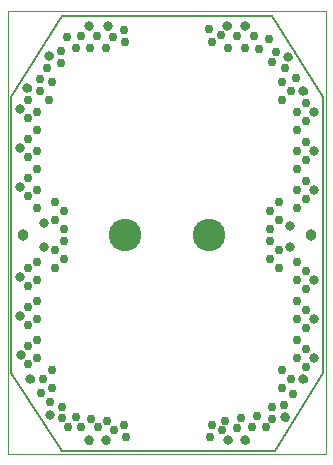
<source format=gbs>
G75*
%MOIN*%
%OFA0B0*%
%FSLAX25Y25*%
%IPPOS*%
%LPD*%
%AMOC8*
5,1,8,0,0,1.08239X$1,22.5*
%
%ADD10C,0.00000*%
%ADD11C,0.03162*%
%ADD12C,0.00500*%
%ADD13C,0.10800*%
%ADD14C,0.02981*%
%ADD15C,0.03800*%
D10*
X0007000Y0008000D02*
X0007000Y0155701D01*
X0112921Y0155701D01*
X0112921Y0008000D01*
X0007000Y0008000D01*
X0019819Y0021100D02*
X0019821Y0021169D01*
X0019827Y0021237D01*
X0019837Y0021305D01*
X0019851Y0021372D01*
X0019869Y0021439D01*
X0019890Y0021504D01*
X0019916Y0021568D01*
X0019945Y0021630D01*
X0019977Y0021690D01*
X0020013Y0021749D01*
X0020053Y0021805D01*
X0020095Y0021859D01*
X0020141Y0021910D01*
X0020190Y0021959D01*
X0020241Y0022005D01*
X0020295Y0022047D01*
X0020351Y0022087D01*
X0020409Y0022123D01*
X0020470Y0022155D01*
X0020532Y0022184D01*
X0020596Y0022210D01*
X0020661Y0022231D01*
X0020728Y0022249D01*
X0020795Y0022263D01*
X0020863Y0022273D01*
X0020931Y0022279D01*
X0021000Y0022281D01*
X0021069Y0022279D01*
X0021137Y0022273D01*
X0021205Y0022263D01*
X0021272Y0022249D01*
X0021339Y0022231D01*
X0021404Y0022210D01*
X0021468Y0022184D01*
X0021530Y0022155D01*
X0021590Y0022123D01*
X0021649Y0022087D01*
X0021705Y0022047D01*
X0021759Y0022005D01*
X0021810Y0021959D01*
X0021859Y0021910D01*
X0021905Y0021859D01*
X0021947Y0021805D01*
X0021987Y0021749D01*
X0022023Y0021690D01*
X0022055Y0021630D01*
X0022084Y0021568D01*
X0022110Y0021504D01*
X0022131Y0021439D01*
X0022149Y0021372D01*
X0022163Y0021305D01*
X0022173Y0021237D01*
X0022179Y0021169D01*
X0022181Y0021100D01*
X0022179Y0021031D01*
X0022173Y0020963D01*
X0022163Y0020895D01*
X0022149Y0020828D01*
X0022131Y0020761D01*
X0022110Y0020696D01*
X0022084Y0020632D01*
X0022055Y0020570D01*
X0022023Y0020509D01*
X0021987Y0020451D01*
X0021947Y0020395D01*
X0021905Y0020341D01*
X0021859Y0020290D01*
X0021810Y0020241D01*
X0021759Y0020195D01*
X0021705Y0020153D01*
X0021649Y0020113D01*
X0021591Y0020077D01*
X0021530Y0020045D01*
X0021468Y0020016D01*
X0021404Y0019990D01*
X0021339Y0019969D01*
X0021272Y0019951D01*
X0021205Y0019937D01*
X0021137Y0019927D01*
X0021069Y0019921D01*
X0021000Y0019919D01*
X0020931Y0019921D01*
X0020863Y0019927D01*
X0020795Y0019937D01*
X0020728Y0019951D01*
X0020661Y0019969D01*
X0020596Y0019990D01*
X0020532Y0020016D01*
X0020470Y0020045D01*
X0020409Y0020077D01*
X0020351Y0020113D01*
X0020295Y0020153D01*
X0020241Y0020195D01*
X0020190Y0020241D01*
X0020141Y0020290D01*
X0020095Y0020341D01*
X0020053Y0020395D01*
X0020013Y0020451D01*
X0019977Y0020509D01*
X0019945Y0020570D01*
X0019916Y0020632D01*
X0019890Y0020696D01*
X0019869Y0020761D01*
X0019851Y0020828D01*
X0019837Y0020895D01*
X0019827Y0020963D01*
X0019821Y0021031D01*
X0019819Y0021100D01*
X0013319Y0033000D02*
X0013321Y0033069D01*
X0013327Y0033137D01*
X0013337Y0033205D01*
X0013351Y0033272D01*
X0013369Y0033339D01*
X0013390Y0033404D01*
X0013416Y0033468D01*
X0013445Y0033530D01*
X0013477Y0033590D01*
X0013513Y0033649D01*
X0013553Y0033705D01*
X0013595Y0033759D01*
X0013641Y0033810D01*
X0013690Y0033859D01*
X0013741Y0033905D01*
X0013795Y0033947D01*
X0013851Y0033987D01*
X0013909Y0034023D01*
X0013970Y0034055D01*
X0014032Y0034084D01*
X0014096Y0034110D01*
X0014161Y0034131D01*
X0014228Y0034149D01*
X0014295Y0034163D01*
X0014363Y0034173D01*
X0014431Y0034179D01*
X0014500Y0034181D01*
X0014569Y0034179D01*
X0014637Y0034173D01*
X0014705Y0034163D01*
X0014772Y0034149D01*
X0014839Y0034131D01*
X0014904Y0034110D01*
X0014968Y0034084D01*
X0015030Y0034055D01*
X0015090Y0034023D01*
X0015149Y0033987D01*
X0015205Y0033947D01*
X0015259Y0033905D01*
X0015310Y0033859D01*
X0015359Y0033810D01*
X0015405Y0033759D01*
X0015447Y0033705D01*
X0015487Y0033649D01*
X0015523Y0033590D01*
X0015555Y0033530D01*
X0015584Y0033468D01*
X0015610Y0033404D01*
X0015631Y0033339D01*
X0015649Y0033272D01*
X0015663Y0033205D01*
X0015673Y0033137D01*
X0015679Y0033069D01*
X0015681Y0033000D01*
X0015679Y0032931D01*
X0015673Y0032863D01*
X0015663Y0032795D01*
X0015649Y0032728D01*
X0015631Y0032661D01*
X0015610Y0032596D01*
X0015584Y0032532D01*
X0015555Y0032470D01*
X0015523Y0032409D01*
X0015487Y0032351D01*
X0015447Y0032295D01*
X0015405Y0032241D01*
X0015359Y0032190D01*
X0015310Y0032141D01*
X0015259Y0032095D01*
X0015205Y0032053D01*
X0015149Y0032013D01*
X0015091Y0031977D01*
X0015030Y0031945D01*
X0014968Y0031916D01*
X0014904Y0031890D01*
X0014839Y0031869D01*
X0014772Y0031851D01*
X0014705Y0031837D01*
X0014637Y0031827D01*
X0014569Y0031821D01*
X0014500Y0031819D01*
X0014431Y0031821D01*
X0014363Y0031827D01*
X0014295Y0031837D01*
X0014228Y0031851D01*
X0014161Y0031869D01*
X0014096Y0031890D01*
X0014032Y0031916D01*
X0013970Y0031945D01*
X0013909Y0031977D01*
X0013851Y0032013D01*
X0013795Y0032053D01*
X0013741Y0032095D01*
X0013690Y0032141D01*
X0013641Y0032190D01*
X0013595Y0032241D01*
X0013553Y0032295D01*
X0013513Y0032351D01*
X0013477Y0032409D01*
X0013445Y0032470D01*
X0013416Y0032532D01*
X0013390Y0032596D01*
X0013369Y0032661D01*
X0013351Y0032728D01*
X0013337Y0032795D01*
X0013327Y0032863D01*
X0013321Y0032931D01*
X0013319Y0033000D01*
X0010019Y0041100D02*
X0010021Y0041169D01*
X0010027Y0041237D01*
X0010037Y0041305D01*
X0010051Y0041372D01*
X0010069Y0041439D01*
X0010090Y0041504D01*
X0010116Y0041568D01*
X0010145Y0041630D01*
X0010177Y0041690D01*
X0010213Y0041749D01*
X0010253Y0041805D01*
X0010295Y0041859D01*
X0010341Y0041910D01*
X0010390Y0041959D01*
X0010441Y0042005D01*
X0010495Y0042047D01*
X0010551Y0042087D01*
X0010609Y0042123D01*
X0010670Y0042155D01*
X0010732Y0042184D01*
X0010796Y0042210D01*
X0010861Y0042231D01*
X0010928Y0042249D01*
X0010995Y0042263D01*
X0011063Y0042273D01*
X0011131Y0042279D01*
X0011200Y0042281D01*
X0011269Y0042279D01*
X0011337Y0042273D01*
X0011405Y0042263D01*
X0011472Y0042249D01*
X0011539Y0042231D01*
X0011604Y0042210D01*
X0011668Y0042184D01*
X0011730Y0042155D01*
X0011790Y0042123D01*
X0011849Y0042087D01*
X0011905Y0042047D01*
X0011959Y0042005D01*
X0012010Y0041959D01*
X0012059Y0041910D01*
X0012105Y0041859D01*
X0012147Y0041805D01*
X0012187Y0041749D01*
X0012223Y0041690D01*
X0012255Y0041630D01*
X0012284Y0041568D01*
X0012310Y0041504D01*
X0012331Y0041439D01*
X0012349Y0041372D01*
X0012363Y0041305D01*
X0012373Y0041237D01*
X0012379Y0041169D01*
X0012381Y0041100D01*
X0012379Y0041031D01*
X0012373Y0040963D01*
X0012363Y0040895D01*
X0012349Y0040828D01*
X0012331Y0040761D01*
X0012310Y0040696D01*
X0012284Y0040632D01*
X0012255Y0040570D01*
X0012223Y0040509D01*
X0012187Y0040451D01*
X0012147Y0040395D01*
X0012105Y0040341D01*
X0012059Y0040290D01*
X0012010Y0040241D01*
X0011959Y0040195D01*
X0011905Y0040153D01*
X0011849Y0040113D01*
X0011791Y0040077D01*
X0011730Y0040045D01*
X0011668Y0040016D01*
X0011604Y0039990D01*
X0011539Y0039969D01*
X0011472Y0039951D01*
X0011405Y0039937D01*
X0011337Y0039927D01*
X0011269Y0039921D01*
X0011200Y0039919D01*
X0011131Y0039921D01*
X0011063Y0039927D01*
X0010995Y0039937D01*
X0010928Y0039951D01*
X0010861Y0039969D01*
X0010796Y0039990D01*
X0010732Y0040016D01*
X0010670Y0040045D01*
X0010609Y0040077D01*
X0010551Y0040113D01*
X0010495Y0040153D01*
X0010441Y0040195D01*
X0010390Y0040241D01*
X0010341Y0040290D01*
X0010295Y0040341D01*
X0010253Y0040395D01*
X0010213Y0040451D01*
X0010177Y0040509D01*
X0010145Y0040570D01*
X0010116Y0040632D01*
X0010090Y0040696D01*
X0010069Y0040761D01*
X0010051Y0040828D01*
X0010037Y0040895D01*
X0010027Y0040963D01*
X0010021Y0041031D01*
X0010019Y0041100D01*
X0009819Y0054000D02*
X0009821Y0054069D01*
X0009827Y0054137D01*
X0009837Y0054205D01*
X0009851Y0054272D01*
X0009869Y0054339D01*
X0009890Y0054404D01*
X0009916Y0054468D01*
X0009945Y0054530D01*
X0009977Y0054590D01*
X0010013Y0054649D01*
X0010053Y0054705D01*
X0010095Y0054759D01*
X0010141Y0054810D01*
X0010190Y0054859D01*
X0010241Y0054905D01*
X0010295Y0054947D01*
X0010351Y0054987D01*
X0010409Y0055023D01*
X0010470Y0055055D01*
X0010532Y0055084D01*
X0010596Y0055110D01*
X0010661Y0055131D01*
X0010728Y0055149D01*
X0010795Y0055163D01*
X0010863Y0055173D01*
X0010931Y0055179D01*
X0011000Y0055181D01*
X0011069Y0055179D01*
X0011137Y0055173D01*
X0011205Y0055163D01*
X0011272Y0055149D01*
X0011339Y0055131D01*
X0011404Y0055110D01*
X0011468Y0055084D01*
X0011530Y0055055D01*
X0011590Y0055023D01*
X0011649Y0054987D01*
X0011705Y0054947D01*
X0011759Y0054905D01*
X0011810Y0054859D01*
X0011859Y0054810D01*
X0011905Y0054759D01*
X0011947Y0054705D01*
X0011987Y0054649D01*
X0012023Y0054590D01*
X0012055Y0054530D01*
X0012084Y0054468D01*
X0012110Y0054404D01*
X0012131Y0054339D01*
X0012149Y0054272D01*
X0012163Y0054205D01*
X0012173Y0054137D01*
X0012179Y0054069D01*
X0012181Y0054000D01*
X0012179Y0053931D01*
X0012173Y0053863D01*
X0012163Y0053795D01*
X0012149Y0053728D01*
X0012131Y0053661D01*
X0012110Y0053596D01*
X0012084Y0053532D01*
X0012055Y0053470D01*
X0012023Y0053409D01*
X0011987Y0053351D01*
X0011947Y0053295D01*
X0011905Y0053241D01*
X0011859Y0053190D01*
X0011810Y0053141D01*
X0011759Y0053095D01*
X0011705Y0053053D01*
X0011649Y0053013D01*
X0011591Y0052977D01*
X0011530Y0052945D01*
X0011468Y0052916D01*
X0011404Y0052890D01*
X0011339Y0052869D01*
X0011272Y0052851D01*
X0011205Y0052837D01*
X0011137Y0052827D01*
X0011069Y0052821D01*
X0011000Y0052819D01*
X0010931Y0052821D01*
X0010863Y0052827D01*
X0010795Y0052837D01*
X0010728Y0052851D01*
X0010661Y0052869D01*
X0010596Y0052890D01*
X0010532Y0052916D01*
X0010470Y0052945D01*
X0010409Y0052977D01*
X0010351Y0053013D01*
X0010295Y0053053D01*
X0010241Y0053095D01*
X0010190Y0053141D01*
X0010141Y0053190D01*
X0010095Y0053241D01*
X0010053Y0053295D01*
X0010013Y0053351D01*
X0009977Y0053409D01*
X0009945Y0053470D01*
X0009916Y0053532D01*
X0009890Y0053596D01*
X0009869Y0053661D01*
X0009851Y0053728D01*
X0009837Y0053795D01*
X0009827Y0053863D01*
X0009821Y0053931D01*
X0009819Y0054000D01*
X0009819Y0067000D02*
X0009821Y0067069D01*
X0009827Y0067137D01*
X0009837Y0067205D01*
X0009851Y0067272D01*
X0009869Y0067339D01*
X0009890Y0067404D01*
X0009916Y0067468D01*
X0009945Y0067530D01*
X0009977Y0067590D01*
X0010013Y0067649D01*
X0010053Y0067705D01*
X0010095Y0067759D01*
X0010141Y0067810D01*
X0010190Y0067859D01*
X0010241Y0067905D01*
X0010295Y0067947D01*
X0010351Y0067987D01*
X0010409Y0068023D01*
X0010470Y0068055D01*
X0010532Y0068084D01*
X0010596Y0068110D01*
X0010661Y0068131D01*
X0010728Y0068149D01*
X0010795Y0068163D01*
X0010863Y0068173D01*
X0010931Y0068179D01*
X0011000Y0068181D01*
X0011069Y0068179D01*
X0011137Y0068173D01*
X0011205Y0068163D01*
X0011272Y0068149D01*
X0011339Y0068131D01*
X0011404Y0068110D01*
X0011468Y0068084D01*
X0011530Y0068055D01*
X0011590Y0068023D01*
X0011649Y0067987D01*
X0011705Y0067947D01*
X0011759Y0067905D01*
X0011810Y0067859D01*
X0011859Y0067810D01*
X0011905Y0067759D01*
X0011947Y0067705D01*
X0011987Y0067649D01*
X0012023Y0067590D01*
X0012055Y0067530D01*
X0012084Y0067468D01*
X0012110Y0067404D01*
X0012131Y0067339D01*
X0012149Y0067272D01*
X0012163Y0067205D01*
X0012173Y0067137D01*
X0012179Y0067069D01*
X0012181Y0067000D01*
X0012179Y0066931D01*
X0012173Y0066863D01*
X0012163Y0066795D01*
X0012149Y0066728D01*
X0012131Y0066661D01*
X0012110Y0066596D01*
X0012084Y0066532D01*
X0012055Y0066470D01*
X0012023Y0066409D01*
X0011987Y0066351D01*
X0011947Y0066295D01*
X0011905Y0066241D01*
X0011859Y0066190D01*
X0011810Y0066141D01*
X0011759Y0066095D01*
X0011705Y0066053D01*
X0011649Y0066013D01*
X0011591Y0065977D01*
X0011530Y0065945D01*
X0011468Y0065916D01*
X0011404Y0065890D01*
X0011339Y0065869D01*
X0011272Y0065851D01*
X0011205Y0065837D01*
X0011137Y0065827D01*
X0011069Y0065821D01*
X0011000Y0065819D01*
X0010931Y0065821D01*
X0010863Y0065827D01*
X0010795Y0065837D01*
X0010728Y0065851D01*
X0010661Y0065869D01*
X0010596Y0065890D01*
X0010532Y0065916D01*
X0010470Y0065945D01*
X0010409Y0065977D01*
X0010351Y0066013D01*
X0010295Y0066053D01*
X0010241Y0066095D01*
X0010190Y0066141D01*
X0010141Y0066190D01*
X0010095Y0066241D01*
X0010053Y0066295D01*
X0010013Y0066351D01*
X0009977Y0066409D01*
X0009945Y0066470D01*
X0009916Y0066532D01*
X0009890Y0066596D01*
X0009869Y0066661D01*
X0009851Y0066728D01*
X0009837Y0066795D01*
X0009827Y0066863D01*
X0009821Y0066931D01*
X0009819Y0067000D01*
X0017819Y0077000D02*
X0017821Y0077069D01*
X0017827Y0077137D01*
X0017837Y0077205D01*
X0017851Y0077272D01*
X0017869Y0077339D01*
X0017890Y0077404D01*
X0017916Y0077468D01*
X0017945Y0077530D01*
X0017977Y0077590D01*
X0018013Y0077649D01*
X0018053Y0077705D01*
X0018095Y0077759D01*
X0018141Y0077810D01*
X0018190Y0077859D01*
X0018241Y0077905D01*
X0018295Y0077947D01*
X0018351Y0077987D01*
X0018409Y0078023D01*
X0018470Y0078055D01*
X0018532Y0078084D01*
X0018596Y0078110D01*
X0018661Y0078131D01*
X0018728Y0078149D01*
X0018795Y0078163D01*
X0018863Y0078173D01*
X0018931Y0078179D01*
X0019000Y0078181D01*
X0019069Y0078179D01*
X0019137Y0078173D01*
X0019205Y0078163D01*
X0019272Y0078149D01*
X0019339Y0078131D01*
X0019404Y0078110D01*
X0019468Y0078084D01*
X0019530Y0078055D01*
X0019590Y0078023D01*
X0019649Y0077987D01*
X0019705Y0077947D01*
X0019759Y0077905D01*
X0019810Y0077859D01*
X0019859Y0077810D01*
X0019905Y0077759D01*
X0019947Y0077705D01*
X0019987Y0077649D01*
X0020023Y0077590D01*
X0020055Y0077530D01*
X0020084Y0077468D01*
X0020110Y0077404D01*
X0020131Y0077339D01*
X0020149Y0077272D01*
X0020163Y0077205D01*
X0020173Y0077137D01*
X0020179Y0077069D01*
X0020181Y0077000D01*
X0020179Y0076931D01*
X0020173Y0076863D01*
X0020163Y0076795D01*
X0020149Y0076728D01*
X0020131Y0076661D01*
X0020110Y0076596D01*
X0020084Y0076532D01*
X0020055Y0076470D01*
X0020023Y0076409D01*
X0019987Y0076351D01*
X0019947Y0076295D01*
X0019905Y0076241D01*
X0019859Y0076190D01*
X0019810Y0076141D01*
X0019759Y0076095D01*
X0019705Y0076053D01*
X0019649Y0076013D01*
X0019591Y0075977D01*
X0019530Y0075945D01*
X0019468Y0075916D01*
X0019404Y0075890D01*
X0019339Y0075869D01*
X0019272Y0075851D01*
X0019205Y0075837D01*
X0019137Y0075827D01*
X0019069Y0075821D01*
X0019000Y0075819D01*
X0018931Y0075821D01*
X0018863Y0075827D01*
X0018795Y0075837D01*
X0018728Y0075851D01*
X0018661Y0075869D01*
X0018596Y0075890D01*
X0018532Y0075916D01*
X0018470Y0075945D01*
X0018409Y0075977D01*
X0018351Y0076013D01*
X0018295Y0076053D01*
X0018241Y0076095D01*
X0018190Y0076141D01*
X0018141Y0076190D01*
X0018095Y0076241D01*
X0018053Y0076295D01*
X0018013Y0076351D01*
X0017977Y0076409D01*
X0017945Y0076470D01*
X0017916Y0076532D01*
X0017890Y0076596D01*
X0017869Y0076661D01*
X0017851Y0076728D01*
X0017837Y0076795D01*
X0017827Y0076863D01*
X0017821Y0076931D01*
X0017819Y0077000D01*
X0017819Y0085000D02*
X0017821Y0085069D01*
X0017827Y0085137D01*
X0017837Y0085205D01*
X0017851Y0085272D01*
X0017869Y0085339D01*
X0017890Y0085404D01*
X0017916Y0085468D01*
X0017945Y0085530D01*
X0017977Y0085590D01*
X0018013Y0085649D01*
X0018053Y0085705D01*
X0018095Y0085759D01*
X0018141Y0085810D01*
X0018190Y0085859D01*
X0018241Y0085905D01*
X0018295Y0085947D01*
X0018351Y0085987D01*
X0018409Y0086023D01*
X0018470Y0086055D01*
X0018532Y0086084D01*
X0018596Y0086110D01*
X0018661Y0086131D01*
X0018728Y0086149D01*
X0018795Y0086163D01*
X0018863Y0086173D01*
X0018931Y0086179D01*
X0019000Y0086181D01*
X0019069Y0086179D01*
X0019137Y0086173D01*
X0019205Y0086163D01*
X0019272Y0086149D01*
X0019339Y0086131D01*
X0019404Y0086110D01*
X0019468Y0086084D01*
X0019530Y0086055D01*
X0019590Y0086023D01*
X0019649Y0085987D01*
X0019705Y0085947D01*
X0019759Y0085905D01*
X0019810Y0085859D01*
X0019859Y0085810D01*
X0019905Y0085759D01*
X0019947Y0085705D01*
X0019987Y0085649D01*
X0020023Y0085590D01*
X0020055Y0085530D01*
X0020084Y0085468D01*
X0020110Y0085404D01*
X0020131Y0085339D01*
X0020149Y0085272D01*
X0020163Y0085205D01*
X0020173Y0085137D01*
X0020179Y0085069D01*
X0020181Y0085000D01*
X0020179Y0084931D01*
X0020173Y0084863D01*
X0020163Y0084795D01*
X0020149Y0084728D01*
X0020131Y0084661D01*
X0020110Y0084596D01*
X0020084Y0084532D01*
X0020055Y0084470D01*
X0020023Y0084409D01*
X0019987Y0084351D01*
X0019947Y0084295D01*
X0019905Y0084241D01*
X0019859Y0084190D01*
X0019810Y0084141D01*
X0019759Y0084095D01*
X0019705Y0084053D01*
X0019649Y0084013D01*
X0019591Y0083977D01*
X0019530Y0083945D01*
X0019468Y0083916D01*
X0019404Y0083890D01*
X0019339Y0083869D01*
X0019272Y0083851D01*
X0019205Y0083837D01*
X0019137Y0083827D01*
X0019069Y0083821D01*
X0019000Y0083819D01*
X0018931Y0083821D01*
X0018863Y0083827D01*
X0018795Y0083837D01*
X0018728Y0083851D01*
X0018661Y0083869D01*
X0018596Y0083890D01*
X0018532Y0083916D01*
X0018470Y0083945D01*
X0018409Y0083977D01*
X0018351Y0084013D01*
X0018295Y0084053D01*
X0018241Y0084095D01*
X0018190Y0084141D01*
X0018141Y0084190D01*
X0018095Y0084241D01*
X0018053Y0084295D01*
X0018013Y0084351D01*
X0017977Y0084409D01*
X0017945Y0084470D01*
X0017916Y0084532D01*
X0017890Y0084596D01*
X0017869Y0084661D01*
X0017851Y0084728D01*
X0017837Y0084795D01*
X0017827Y0084863D01*
X0017821Y0084931D01*
X0017819Y0085000D01*
X0009819Y0097000D02*
X0009821Y0097069D01*
X0009827Y0097137D01*
X0009837Y0097205D01*
X0009851Y0097272D01*
X0009869Y0097339D01*
X0009890Y0097404D01*
X0009916Y0097468D01*
X0009945Y0097530D01*
X0009977Y0097590D01*
X0010013Y0097649D01*
X0010053Y0097705D01*
X0010095Y0097759D01*
X0010141Y0097810D01*
X0010190Y0097859D01*
X0010241Y0097905D01*
X0010295Y0097947D01*
X0010351Y0097987D01*
X0010409Y0098023D01*
X0010470Y0098055D01*
X0010532Y0098084D01*
X0010596Y0098110D01*
X0010661Y0098131D01*
X0010728Y0098149D01*
X0010795Y0098163D01*
X0010863Y0098173D01*
X0010931Y0098179D01*
X0011000Y0098181D01*
X0011069Y0098179D01*
X0011137Y0098173D01*
X0011205Y0098163D01*
X0011272Y0098149D01*
X0011339Y0098131D01*
X0011404Y0098110D01*
X0011468Y0098084D01*
X0011530Y0098055D01*
X0011590Y0098023D01*
X0011649Y0097987D01*
X0011705Y0097947D01*
X0011759Y0097905D01*
X0011810Y0097859D01*
X0011859Y0097810D01*
X0011905Y0097759D01*
X0011947Y0097705D01*
X0011987Y0097649D01*
X0012023Y0097590D01*
X0012055Y0097530D01*
X0012084Y0097468D01*
X0012110Y0097404D01*
X0012131Y0097339D01*
X0012149Y0097272D01*
X0012163Y0097205D01*
X0012173Y0097137D01*
X0012179Y0097069D01*
X0012181Y0097000D01*
X0012179Y0096931D01*
X0012173Y0096863D01*
X0012163Y0096795D01*
X0012149Y0096728D01*
X0012131Y0096661D01*
X0012110Y0096596D01*
X0012084Y0096532D01*
X0012055Y0096470D01*
X0012023Y0096409D01*
X0011987Y0096351D01*
X0011947Y0096295D01*
X0011905Y0096241D01*
X0011859Y0096190D01*
X0011810Y0096141D01*
X0011759Y0096095D01*
X0011705Y0096053D01*
X0011649Y0096013D01*
X0011591Y0095977D01*
X0011530Y0095945D01*
X0011468Y0095916D01*
X0011404Y0095890D01*
X0011339Y0095869D01*
X0011272Y0095851D01*
X0011205Y0095837D01*
X0011137Y0095827D01*
X0011069Y0095821D01*
X0011000Y0095819D01*
X0010931Y0095821D01*
X0010863Y0095827D01*
X0010795Y0095837D01*
X0010728Y0095851D01*
X0010661Y0095869D01*
X0010596Y0095890D01*
X0010532Y0095916D01*
X0010470Y0095945D01*
X0010409Y0095977D01*
X0010351Y0096013D01*
X0010295Y0096053D01*
X0010241Y0096095D01*
X0010190Y0096141D01*
X0010141Y0096190D01*
X0010095Y0096241D01*
X0010053Y0096295D01*
X0010013Y0096351D01*
X0009977Y0096409D01*
X0009945Y0096470D01*
X0009916Y0096532D01*
X0009890Y0096596D01*
X0009869Y0096661D01*
X0009851Y0096728D01*
X0009837Y0096795D01*
X0009827Y0096863D01*
X0009821Y0096931D01*
X0009819Y0097000D01*
X0009819Y0110000D02*
X0009821Y0110069D01*
X0009827Y0110137D01*
X0009837Y0110205D01*
X0009851Y0110272D01*
X0009869Y0110339D01*
X0009890Y0110404D01*
X0009916Y0110468D01*
X0009945Y0110530D01*
X0009977Y0110590D01*
X0010013Y0110649D01*
X0010053Y0110705D01*
X0010095Y0110759D01*
X0010141Y0110810D01*
X0010190Y0110859D01*
X0010241Y0110905D01*
X0010295Y0110947D01*
X0010351Y0110987D01*
X0010409Y0111023D01*
X0010470Y0111055D01*
X0010532Y0111084D01*
X0010596Y0111110D01*
X0010661Y0111131D01*
X0010728Y0111149D01*
X0010795Y0111163D01*
X0010863Y0111173D01*
X0010931Y0111179D01*
X0011000Y0111181D01*
X0011069Y0111179D01*
X0011137Y0111173D01*
X0011205Y0111163D01*
X0011272Y0111149D01*
X0011339Y0111131D01*
X0011404Y0111110D01*
X0011468Y0111084D01*
X0011530Y0111055D01*
X0011590Y0111023D01*
X0011649Y0110987D01*
X0011705Y0110947D01*
X0011759Y0110905D01*
X0011810Y0110859D01*
X0011859Y0110810D01*
X0011905Y0110759D01*
X0011947Y0110705D01*
X0011987Y0110649D01*
X0012023Y0110590D01*
X0012055Y0110530D01*
X0012084Y0110468D01*
X0012110Y0110404D01*
X0012131Y0110339D01*
X0012149Y0110272D01*
X0012163Y0110205D01*
X0012173Y0110137D01*
X0012179Y0110069D01*
X0012181Y0110000D01*
X0012179Y0109931D01*
X0012173Y0109863D01*
X0012163Y0109795D01*
X0012149Y0109728D01*
X0012131Y0109661D01*
X0012110Y0109596D01*
X0012084Y0109532D01*
X0012055Y0109470D01*
X0012023Y0109409D01*
X0011987Y0109351D01*
X0011947Y0109295D01*
X0011905Y0109241D01*
X0011859Y0109190D01*
X0011810Y0109141D01*
X0011759Y0109095D01*
X0011705Y0109053D01*
X0011649Y0109013D01*
X0011591Y0108977D01*
X0011530Y0108945D01*
X0011468Y0108916D01*
X0011404Y0108890D01*
X0011339Y0108869D01*
X0011272Y0108851D01*
X0011205Y0108837D01*
X0011137Y0108827D01*
X0011069Y0108821D01*
X0011000Y0108819D01*
X0010931Y0108821D01*
X0010863Y0108827D01*
X0010795Y0108837D01*
X0010728Y0108851D01*
X0010661Y0108869D01*
X0010596Y0108890D01*
X0010532Y0108916D01*
X0010470Y0108945D01*
X0010409Y0108977D01*
X0010351Y0109013D01*
X0010295Y0109053D01*
X0010241Y0109095D01*
X0010190Y0109141D01*
X0010141Y0109190D01*
X0010095Y0109241D01*
X0010053Y0109295D01*
X0010013Y0109351D01*
X0009977Y0109409D01*
X0009945Y0109470D01*
X0009916Y0109532D01*
X0009890Y0109596D01*
X0009869Y0109661D01*
X0009851Y0109728D01*
X0009837Y0109795D01*
X0009827Y0109863D01*
X0009821Y0109931D01*
X0009819Y0110000D01*
X0009819Y0123000D02*
X0009821Y0123069D01*
X0009827Y0123137D01*
X0009837Y0123205D01*
X0009851Y0123272D01*
X0009869Y0123339D01*
X0009890Y0123404D01*
X0009916Y0123468D01*
X0009945Y0123530D01*
X0009977Y0123590D01*
X0010013Y0123649D01*
X0010053Y0123705D01*
X0010095Y0123759D01*
X0010141Y0123810D01*
X0010190Y0123859D01*
X0010241Y0123905D01*
X0010295Y0123947D01*
X0010351Y0123987D01*
X0010409Y0124023D01*
X0010470Y0124055D01*
X0010532Y0124084D01*
X0010596Y0124110D01*
X0010661Y0124131D01*
X0010728Y0124149D01*
X0010795Y0124163D01*
X0010863Y0124173D01*
X0010931Y0124179D01*
X0011000Y0124181D01*
X0011069Y0124179D01*
X0011137Y0124173D01*
X0011205Y0124163D01*
X0011272Y0124149D01*
X0011339Y0124131D01*
X0011404Y0124110D01*
X0011468Y0124084D01*
X0011530Y0124055D01*
X0011590Y0124023D01*
X0011649Y0123987D01*
X0011705Y0123947D01*
X0011759Y0123905D01*
X0011810Y0123859D01*
X0011859Y0123810D01*
X0011905Y0123759D01*
X0011947Y0123705D01*
X0011987Y0123649D01*
X0012023Y0123590D01*
X0012055Y0123530D01*
X0012084Y0123468D01*
X0012110Y0123404D01*
X0012131Y0123339D01*
X0012149Y0123272D01*
X0012163Y0123205D01*
X0012173Y0123137D01*
X0012179Y0123069D01*
X0012181Y0123000D01*
X0012179Y0122931D01*
X0012173Y0122863D01*
X0012163Y0122795D01*
X0012149Y0122728D01*
X0012131Y0122661D01*
X0012110Y0122596D01*
X0012084Y0122532D01*
X0012055Y0122470D01*
X0012023Y0122409D01*
X0011987Y0122351D01*
X0011947Y0122295D01*
X0011905Y0122241D01*
X0011859Y0122190D01*
X0011810Y0122141D01*
X0011759Y0122095D01*
X0011705Y0122053D01*
X0011649Y0122013D01*
X0011591Y0121977D01*
X0011530Y0121945D01*
X0011468Y0121916D01*
X0011404Y0121890D01*
X0011339Y0121869D01*
X0011272Y0121851D01*
X0011205Y0121837D01*
X0011137Y0121827D01*
X0011069Y0121821D01*
X0011000Y0121819D01*
X0010931Y0121821D01*
X0010863Y0121827D01*
X0010795Y0121837D01*
X0010728Y0121851D01*
X0010661Y0121869D01*
X0010596Y0121890D01*
X0010532Y0121916D01*
X0010470Y0121945D01*
X0010409Y0121977D01*
X0010351Y0122013D01*
X0010295Y0122053D01*
X0010241Y0122095D01*
X0010190Y0122141D01*
X0010141Y0122190D01*
X0010095Y0122241D01*
X0010053Y0122295D01*
X0010013Y0122351D01*
X0009977Y0122409D01*
X0009945Y0122470D01*
X0009916Y0122532D01*
X0009890Y0122596D01*
X0009869Y0122661D01*
X0009851Y0122728D01*
X0009837Y0122795D01*
X0009827Y0122863D01*
X0009821Y0122931D01*
X0009819Y0123000D01*
X0012319Y0130000D02*
X0012321Y0130069D01*
X0012327Y0130137D01*
X0012337Y0130205D01*
X0012351Y0130272D01*
X0012369Y0130339D01*
X0012390Y0130404D01*
X0012416Y0130468D01*
X0012445Y0130530D01*
X0012477Y0130590D01*
X0012513Y0130649D01*
X0012553Y0130705D01*
X0012595Y0130759D01*
X0012641Y0130810D01*
X0012690Y0130859D01*
X0012741Y0130905D01*
X0012795Y0130947D01*
X0012851Y0130987D01*
X0012909Y0131023D01*
X0012970Y0131055D01*
X0013032Y0131084D01*
X0013096Y0131110D01*
X0013161Y0131131D01*
X0013228Y0131149D01*
X0013295Y0131163D01*
X0013363Y0131173D01*
X0013431Y0131179D01*
X0013500Y0131181D01*
X0013569Y0131179D01*
X0013637Y0131173D01*
X0013705Y0131163D01*
X0013772Y0131149D01*
X0013839Y0131131D01*
X0013904Y0131110D01*
X0013968Y0131084D01*
X0014030Y0131055D01*
X0014090Y0131023D01*
X0014149Y0130987D01*
X0014205Y0130947D01*
X0014259Y0130905D01*
X0014310Y0130859D01*
X0014359Y0130810D01*
X0014405Y0130759D01*
X0014447Y0130705D01*
X0014487Y0130649D01*
X0014523Y0130590D01*
X0014555Y0130530D01*
X0014584Y0130468D01*
X0014610Y0130404D01*
X0014631Y0130339D01*
X0014649Y0130272D01*
X0014663Y0130205D01*
X0014673Y0130137D01*
X0014679Y0130069D01*
X0014681Y0130000D01*
X0014679Y0129931D01*
X0014673Y0129863D01*
X0014663Y0129795D01*
X0014649Y0129728D01*
X0014631Y0129661D01*
X0014610Y0129596D01*
X0014584Y0129532D01*
X0014555Y0129470D01*
X0014523Y0129409D01*
X0014487Y0129351D01*
X0014447Y0129295D01*
X0014405Y0129241D01*
X0014359Y0129190D01*
X0014310Y0129141D01*
X0014259Y0129095D01*
X0014205Y0129053D01*
X0014149Y0129013D01*
X0014091Y0128977D01*
X0014030Y0128945D01*
X0013968Y0128916D01*
X0013904Y0128890D01*
X0013839Y0128869D01*
X0013772Y0128851D01*
X0013705Y0128837D01*
X0013637Y0128827D01*
X0013569Y0128821D01*
X0013500Y0128819D01*
X0013431Y0128821D01*
X0013363Y0128827D01*
X0013295Y0128837D01*
X0013228Y0128851D01*
X0013161Y0128869D01*
X0013096Y0128890D01*
X0013032Y0128916D01*
X0012970Y0128945D01*
X0012909Y0128977D01*
X0012851Y0129013D01*
X0012795Y0129053D01*
X0012741Y0129095D01*
X0012690Y0129141D01*
X0012641Y0129190D01*
X0012595Y0129241D01*
X0012553Y0129295D01*
X0012513Y0129351D01*
X0012477Y0129409D01*
X0012445Y0129470D01*
X0012416Y0129532D01*
X0012390Y0129596D01*
X0012369Y0129661D01*
X0012351Y0129728D01*
X0012337Y0129795D01*
X0012327Y0129863D01*
X0012321Y0129931D01*
X0012319Y0130000D01*
X0019619Y0140800D02*
X0019621Y0140869D01*
X0019627Y0140937D01*
X0019637Y0141005D01*
X0019651Y0141072D01*
X0019669Y0141139D01*
X0019690Y0141204D01*
X0019716Y0141268D01*
X0019745Y0141330D01*
X0019777Y0141390D01*
X0019813Y0141449D01*
X0019853Y0141505D01*
X0019895Y0141559D01*
X0019941Y0141610D01*
X0019990Y0141659D01*
X0020041Y0141705D01*
X0020095Y0141747D01*
X0020151Y0141787D01*
X0020209Y0141823D01*
X0020270Y0141855D01*
X0020332Y0141884D01*
X0020396Y0141910D01*
X0020461Y0141931D01*
X0020528Y0141949D01*
X0020595Y0141963D01*
X0020663Y0141973D01*
X0020731Y0141979D01*
X0020800Y0141981D01*
X0020869Y0141979D01*
X0020937Y0141973D01*
X0021005Y0141963D01*
X0021072Y0141949D01*
X0021139Y0141931D01*
X0021204Y0141910D01*
X0021268Y0141884D01*
X0021330Y0141855D01*
X0021390Y0141823D01*
X0021449Y0141787D01*
X0021505Y0141747D01*
X0021559Y0141705D01*
X0021610Y0141659D01*
X0021659Y0141610D01*
X0021705Y0141559D01*
X0021747Y0141505D01*
X0021787Y0141449D01*
X0021823Y0141390D01*
X0021855Y0141330D01*
X0021884Y0141268D01*
X0021910Y0141204D01*
X0021931Y0141139D01*
X0021949Y0141072D01*
X0021963Y0141005D01*
X0021973Y0140937D01*
X0021979Y0140869D01*
X0021981Y0140800D01*
X0021979Y0140731D01*
X0021973Y0140663D01*
X0021963Y0140595D01*
X0021949Y0140528D01*
X0021931Y0140461D01*
X0021910Y0140396D01*
X0021884Y0140332D01*
X0021855Y0140270D01*
X0021823Y0140209D01*
X0021787Y0140151D01*
X0021747Y0140095D01*
X0021705Y0140041D01*
X0021659Y0139990D01*
X0021610Y0139941D01*
X0021559Y0139895D01*
X0021505Y0139853D01*
X0021449Y0139813D01*
X0021391Y0139777D01*
X0021330Y0139745D01*
X0021268Y0139716D01*
X0021204Y0139690D01*
X0021139Y0139669D01*
X0021072Y0139651D01*
X0021005Y0139637D01*
X0020937Y0139627D01*
X0020869Y0139621D01*
X0020800Y0139619D01*
X0020731Y0139621D01*
X0020663Y0139627D01*
X0020595Y0139637D01*
X0020528Y0139651D01*
X0020461Y0139669D01*
X0020396Y0139690D01*
X0020332Y0139716D01*
X0020270Y0139745D01*
X0020209Y0139777D01*
X0020151Y0139813D01*
X0020095Y0139853D01*
X0020041Y0139895D01*
X0019990Y0139941D01*
X0019941Y0139990D01*
X0019895Y0140041D01*
X0019853Y0140095D01*
X0019813Y0140151D01*
X0019777Y0140209D01*
X0019745Y0140270D01*
X0019716Y0140332D01*
X0019690Y0140396D01*
X0019669Y0140461D01*
X0019651Y0140528D01*
X0019637Y0140595D01*
X0019627Y0140663D01*
X0019621Y0140731D01*
X0019619Y0140800D01*
X0032719Y0150600D02*
X0032721Y0150669D01*
X0032727Y0150737D01*
X0032737Y0150805D01*
X0032751Y0150872D01*
X0032769Y0150939D01*
X0032790Y0151004D01*
X0032816Y0151068D01*
X0032845Y0151130D01*
X0032877Y0151190D01*
X0032913Y0151249D01*
X0032953Y0151305D01*
X0032995Y0151359D01*
X0033041Y0151410D01*
X0033090Y0151459D01*
X0033141Y0151505D01*
X0033195Y0151547D01*
X0033251Y0151587D01*
X0033309Y0151623D01*
X0033370Y0151655D01*
X0033432Y0151684D01*
X0033496Y0151710D01*
X0033561Y0151731D01*
X0033628Y0151749D01*
X0033695Y0151763D01*
X0033763Y0151773D01*
X0033831Y0151779D01*
X0033900Y0151781D01*
X0033969Y0151779D01*
X0034037Y0151773D01*
X0034105Y0151763D01*
X0034172Y0151749D01*
X0034239Y0151731D01*
X0034304Y0151710D01*
X0034368Y0151684D01*
X0034430Y0151655D01*
X0034490Y0151623D01*
X0034549Y0151587D01*
X0034605Y0151547D01*
X0034659Y0151505D01*
X0034710Y0151459D01*
X0034759Y0151410D01*
X0034805Y0151359D01*
X0034847Y0151305D01*
X0034887Y0151249D01*
X0034923Y0151190D01*
X0034955Y0151130D01*
X0034984Y0151068D01*
X0035010Y0151004D01*
X0035031Y0150939D01*
X0035049Y0150872D01*
X0035063Y0150805D01*
X0035073Y0150737D01*
X0035079Y0150669D01*
X0035081Y0150600D01*
X0035079Y0150531D01*
X0035073Y0150463D01*
X0035063Y0150395D01*
X0035049Y0150328D01*
X0035031Y0150261D01*
X0035010Y0150196D01*
X0034984Y0150132D01*
X0034955Y0150070D01*
X0034923Y0150009D01*
X0034887Y0149951D01*
X0034847Y0149895D01*
X0034805Y0149841D01*
X0034759Y0149790D01*
X0034710Y0149741D01*
X0034659Y0149695D01*
X0034605Y0149653D01*
X0034549Y0149613D01*
X0034491Y0149577D01*
X0034430Y0149545D01*
X0034368Y0149516D01*
X0034304Y0149490D01*
X0034239Y0149469D01*
X0034172Y0149451D01*
X0034105Y0149437D01*
X0034037Y0149427D01*
X0033969Y0149421D01*
X0033900Y0149419D01*
X0033831Y0149421D01*
X0033763Y0149427D01*
X0033695Y0149437D01*
X0033628Y0149451D01*
X0033561Y0149469D01*
X0033496Y0149490D01*
X0033432Y0149516D01*
X0033370Y0149545D01*
X0033309Y0149577D01*
X0033251Y0149613D01*
X0033195Y0149653D01*
X0033141Y0149695D01*
X0033090Y0149741D01*
X0033041Y0149790D01*
X0032995Y0149841D01*
X0032953Y0149895D01*
X0032913Y0149951D01*
X0032877Y0150009D01*
X0032845Y0150070D01*
X0032816Y0150132D01*
X0032790Y0150196D01*
X0032769Y0150261D01*
X0032751Y0150328D01*
X0032737Y0150395D01*
X0032727Y0150463D01*
X0032721Y0150531D01*
X0032719Y0150600D01*
X0039019Y0150500D02*
X0039021Y0150569D01*
X0039027Y0150637D01*
X0039037Y0150705D01*
X0039051Y0150772D01*
X0039069Y0150839D01*
X0039090Y0150904D01*
X0039116Y0150968D01*
X0039145Y0151030D01*
X0039177Y0151090D01*
X0039213Y0151149D01*
X0039253Y0151205D01*
X0039295Y0151259D01*
X0039341Y0151310D01*
X0039390Y0151359D01*
X0039441Y0151405D01*
X0039495Y0151447D01*
X0039551Y0151487D01*
X0039609Y0151523D01*
X0039670Y0151555D01*
X0039732Y0151584D01*
X0039796Y0151610D01*
X0039861Y0151631D01*
X0039928Y0151649D01*
X0039995Y0151663D01*
X0040063Y0151673D01*
X0040131Y0151679D01*
X0040200Y0151681D01*
X0040269Y0151679D01*
X0040337Y0151673D01*
X0040405Y0151663D01*
X0040472Y0151649D01*
X0040539Y0151631D01*
X0040604Y0151610D01*
X0040668Y0151584D01*
X0040730Y0151555D01*
X0040790Y0151523D01*
X0040849Y0151487D01*
X0040905Y0151447D01*
X0040959Y0151405D01*
X0041010Y0151359D01*
X0041059Y0151310D01*
X0041105Y0151259D01*
X0041147Y0151205D01*
X0041187Y0151149D01*
X0041223Y0151090D01*
X0041255Y0151030D01*
X0041284Y0150968D01*
X0041310Y0150904D01*
X0041331Y0150839D01*
X0041349Y0150772D01*
X0041363Y0150705D01*
X0041373Y0150637D01*
X0041379Y0150569D01*
X0041381Y0150500D01*
X0041379Y0150431D01*
X0041373Y0150363D01*
X0041363Y0150295D01*
X0041349Y0150228D01*
X0041331Y0150161D01*
X0041310Y0150096D01*
X0041284Y0150032D01*
X0041255Y0149970D01*
X0041223Y0149909D01*
X0041187Y0149851D01*
X0041147Y0149795D01*
X0041105Y0149741D01*
X0041059Y0149690D01*
X0041010Y0149641D01*
X0040959Y0149595D01*
X0040905Y0149553D01*
X0040849Y0149513D01*
X0040791Y0149477D01*
X0040730Y0149445D01*
X0040668Y0149416D01*
X0040604Y0149390D01*
X0040539Y0149369D01*
X0040472Y0149351D01*
X0040405Y0149337D01*
X0040337Y0149327D01*
X0040269Y0149321D01*
X0040200Y0149319D01*
X0040131Y0149321D01*
X0040063Y0149327D01*
X0039995Y0149337D01*
X0039928Y0149351D01*
X0039861Y0149369D01*
X0039796Y0149390D01*
X0039732Y0149416D01*
X0039670Y0149445D01*
X0039609Y0149477D01*
X0039551Y0149513D01*
X0039495Y0149553D01*
X0039441Y0149595D01*
X0039390Y0149641D01*
X0039341Y0149690D01*
X0039295Y0149741D01*
X0039253Y0149795D01*
X0039213Y0149851D01*
X0039177Y0149909D01*
X0039145Y0149970D01*
X0039116Y0150032D01*
X0039090Y0150096D01*
X0039069Y0150161D01*
X0039051Y0150228D01*
X0039037Y0150295D01*
X0039027Y0150363D01*
X0039021Y0150431D01*
X0039019Y0150500D01*
X0078919Y0150800D02*
X0078921Y0150869D01*
X0078927Y0150937D01*
X0078937Y0151005D01*
X0078951Y0151072D01*
X0078969Y0151139D01*
X0078990Y0151204D01*
X0079016Y0151268D01*
X0079045Y0151330D01*
X0079077Y0151390D01*
X0079113Y0151449D01*
X0079153Y0151505D01*
X0079195Y0151559D01*
X0079241Y0151610D01*
X0079290Y0151659D01*
X0079341Y0151705D01*
X0079395Y0151747D01*
X0079451Y0151787D01*
X0079509Y0151823D01*
X0079570Y0151855D01*
X0079632Y0151884D01*
X0079696Y0151910D01*
X0079761Y0151931D01*
X0079828Y0151949D01*
X0079895Y0151963D01*
X0079963Y0151973D01*
X0080031Y0151979D01*
X0080100Y0151981D01*
X0080169Y0151979D01*
X0080237Y0151973D01*
X0080305Y0151963D01*
X0080372Y0151949D01*
X0080439Y0151931D01*
X0080504Y0151910D01*
X0080568Y0151884D01*
X0080630Y0151855D01*
X0080690Y0151823D01*
X0080749Y0151787D01*
X0080805Y0151747D01*
X0080859Y0151705D01*
X0080910Y0151659D01*
X0080959Y0151610D01*
X0081005Y0151559D01*
X0081047Y0151505D01*
X0081087Y0151449D01*
X0081123Y0151390D01*
X0081155Y0151330D01*
X0081184Y0151268D01*
X0081210Y0151204D01*
X0081231Y0151139D01*
X0081249Y0151072D01*
X0081263Y0151005D01*
X0081273Y0150937D01*
X0081279Y0150869D01*
X0081281Y0150800D01*
X0081279Y0150731D01*
X0081273Y0150663D01*
X0081263Y0150595D01*
X0081249Y0150528D01*
X0081231Y0150461D01*
X0081210Y0150396D01*
X0081184Y0150332D01*
X0081155Y0150270D01*
X0081123Y0150209D01*
X0081087Y0150151D01*
X0081047Y0150095D01*
X0081005Y0150041D01*
X0080959Y0149990D01*
X0080910Y0149941D01*
X0080859Y0149895D01*
X0080805Y0149853D01*
X0080749Y0149813D01*
X0080691Y0149777D01*
X0080630Y0149745D01*
X0080568Y0149716D01*
X0080504Y0149690D01*
X0080439Y0149669D01*
X0080372Y0149651D01*
X0080305Y0149637D01*
X0080237Y0149627D01*
X0080169Y0149621D01*
X0080100Y0149619D01*
X0080031Y0149621D01*
X0079963Y0149627D01*
X0079895Y0149637D01*
X0079828Y0149651D01*
X0079761Y0149669D01*
X0079696Y0149690D01*
X0079632Y0149716D01*
X0079570Y0149745D01*
X0079509Y0149777D01*
X0079451Y0149813D01*
X0079395Y0149853D01*
X0079341Y0149895D01*
X0079290Y0149941D01*
X0079241Y0149990D01*
X0079195Y0150041D01*
X0079153Y0150095D01*
X0079113Y0150151D01*
X0079077Y0150209D01*
X0079045Y0150270D01*
X0079016Y0150332D01*
X0078990Y0150396D01*
X0078969Y0150461D01*
X0078951Y0150528D01*
X0078937Y0150595D01*
X0078927Y0150663D01*
X0078921Y0150731D01*
X0078919Y0150800D01*
X0084919Y0150800D02*
X0084921Y0150869D01*
X0084927Y0150937D01*
X0084937Y0151005D01*
X0084951Y0151072D01*
X0084969Y0151139D01*
X0084990Y0151204D01*
X0085016Y0151268D01*
X0085045Y0151330D01*
X0085077Y0151390D01*
X0085113Y0151449D01*
X0085153Y0151505D01*
X0085195Y0151559D01*
X0085241Y0151610D01*
X0085290Y0151659D01*
X0085341Y0151705D01*
X0085395Y0151747D01*
X0085451Y0151787D01*
X0085509Y0151823D01*
X0085570Y0151855D01*
X0085632Y0151884D01*
X0085696Y0151910D01*
X0085761Y0151931D01*
X0085828Y0151949D01*
X0085895Y0151963D01*
X0085963Y0151973D01*
X0086031Y0151979D01*
X0086100Y0151981D01*
X0086169Y0151979D01*
X0086237Y0151973D01*
X0086305Y0151963D01*
X0086372Y0151949D01*
X0086439Y0151931D01*
X0086504Y0151910D01*
X0086568Y0151884D01*
X0086630Y0151855D01*
X0086690Y0151823D01*
X0086749Y0151787D01*
X0086805Y0151747D01*
X0086859Y0151705D01*
X0086910Y0151659D01*
X0086959Y0151610D01*
X0087005Y0151559D01*
X0087047Y0151505D01*
X0087087Y0151449D01*
X0087123Y0151390D01*
X0087155Y0151330D01*
X0087184Y0151268D01*
X0087210Y0151204D01*
X0087231Y0151139D01*
X0087249Y0151072D01*
X0087263Y0151005D01*
X0087273Y0150937D01*
X0087279Y0150869D01*
X0087281Y0150800D01*
X0087279Y0150731D01*
X0087273Y0150663D01*
X0087263Y0150595D01*
X0087249Y0150528D01*
X0087231Y0150461D01*
X0087210Y0150396D01*
X0087184Y0150332D01*
X0087155Y0150270D01*
X0087123Y0150209D01*
X0087087Y0150151D01*
X0087047Y0150095D01*
X0087005Y0150041D01*
X0086959Y0149990D01*
X0086910Y0149941D01*
X0086859Y0149895D01*
X0086805Y0149853D01*
X0086749Y0149813D01*
X0086691Y0149777D01*
X0086630Y0149745D01*
X0086568Y0149716D01*
X0086504Y0149690D01*
X0086439Y0149669D01*
X0086372Y0149651D01*
X0086305Y0149637D01*
X0086237Y0149627D01*
X0086169Y0149621D01*
X0086100Y0149619D01*
X0086031Y0149621D01*
X0085963Y0149627D01*
X0085895Y0149637D01*
X0085828Y0149651D01*
X0085761Y0149669D01*
X0085696Y0149690D01*
X0085632Y0149716D01*
X0085570Y0149745D01*
X0085509Y0149777D01*
X0085451Y0149813D01*
X0085395Y0149853D01*
X0085341Y0149895D01*
X0085290Y0149941D01*
X0085241Y0149990D01*
X0085195Y0150041D01*
X0085153Y0150095D01*
X0085113Y0150151D01*
X0085077Y0150209D01*
X0085045Y0150270D01*
X0085016Y0150332D01*
X0084990Y0150396D01*
X0084969Y0150461D01*
X0084951Y0150528D01*
X0084937Y0150595D01*
X0084927Y0150663D01*
X0084921Y0150731D01*
X0084919Y0150800D01*
X0099219Y0140400D02*
X0099221Y0140469D01*
X0099227Y0140537D01*
X0099237Y0140605D01*
X0099251Y0140672D01*
X0099269Y0140739D01*
X0099290Y0140804D01*
X0099316Y0140868D01*
X0099345Y0140930D01*
X0099377Y0140990D01*
X0099413Y0141049D01*
X0099453Y0141105D01*
X0099495Y0141159D01*
X0099541Y0141210D01*
X0099590Y0141259D01*
X0099641Y0141305D01*
X0099695Y0141347D01*
X0099751Y0141387D01*
X0099809Y0141423D01*
X0099870Y0141455D01*
X0099932Y0141484D01*
X0099996Y0141510D01*
X0100061Y0141531D01*
X0100128Y0141549D01*
X0100195Y0141563D01*
X0100263Y0141573D01*
X0100331Y0141579D01*
X0100400Y0141581D01*
X0100469Y0141579D01*
X0100537Y0141573D01*
X0100605Y0141563D01*
X0100672Y0141549D01*
X0100739Y0141531D01*
X0100804Y0141510D01*
X0100868Y0141484D01*
X0100930Y0141455D01*
X0100990Y0141423D01*
X0101049Y0141387D01*
X0101105Y0141347D01*
X0101159Y0141305D01*
X0101210Y0141259D01*
X0101259Y0141210D01*
X0101305Y0141159D01*
X0101347Y0141105D01*
X0101387Y0141049D01*
X0101423Y0140990D01*
X0101455Y0140930D01*
X0101484Y0140868D01*
X0101510Y0140804D01*
X0101531Y0140739D01*
X0101549Y0140672D01*
X0101563Y0140605D01*
X0101573Y0140537D01*
X0101579Y0140469D01*
X0101581Y0140400D01*
X0101579Y0140331D01*
X0101573Y0140263D01*
X0101563Y0140195D01*
X0101549Y0140128D01*
X0101531Y0140061D01*
X0101510Y0139996D01*
X0101484Y0139932D01*
X0101455Y0139870D01*
X0101423Y0139809D01*
X0101387Y0139751D01*
X0101347Y0139695D01*
X0101305Y0139641D01*
X0101259Y0139590D01*
X0101210Y0139541D01*
X0101159Y0139495D01*
X0101105Y0139453D01*
X0101049Y0139413D01*
X0100991Y0139377D01*
X0100930Y0139345D01*
X0100868Y0139316D01*
X0100804Y0139290D01*
X0100739Y0139269D01*
X0100672Y0139251D01*
X0100605Y0139237D01*
X0100537Y0139227D01*
X0100469Y0139221D01*
X0100400Y0139219D01*
X0100331Y0139221D01*
X0100263Y0139227D01*
X0100195Y0139237D01*
X0100128Y0139251D01*
X0100061Y0139269D01*
X0099996Y0139290D01*
X0099932Y0139316D01*
X0099870Y0139345D01*
X0099809Y0139377D01*
X0099751Y0139413D01*
X0099695Y0139453D01*
X0099641Y0139495D01*
X0099590Y0139541D01*
X0099541Y0139590D01*
X0099495Y0139641D01*
X0099453Y0139695D01*
X0099413Y0139751D01*
X0099377Y0139809D01*
X0099345Y0139870D01*
X0099316Y0139932D01*
X0099290Y0139996D01*
X0099269Y0140061D01*
X0099251Y0140128D01*
X0099237Y0140195D01*
X0099227Y0140263D01*
X0099221Y0140331D01*
X0099219Y0140400D01*
X0104319Y0129000D02*
X0104321Y0129069D01*
X0104327Y0129137D01*
X0104337Y0129205D01*
X0104351Y0129272D01*
X0104369Y0129339D01*
X0104390Y0129404D01*
X0104416Y0129468D01*
X0104445Y0129530D01*
X0104477Y0129590D01*
X0104513Y0129649D01*
X0104553Y0129705D01*
X0104595Y0129759D01*
X0104641Y0129810D01*
X0104690Y0129859D01*
X0104741Y0129905D01*
X0104795Y0129947D01*
X0104851Y0129987D01*
X0104909Y0130023D01*
X0104970Y0130055D01*
X0105032Y0130084D01*
X0105096Y0130110D01*
X0105161Y0130131D01*
X0105228Y0130149D01*
X0105295Y0130163D01*
X0105363Y0130173D01*
X0105431Y0130179D01*
X0105500Y0130181D01*
X0105569Y0130179D01*
X0105637Y0130173D01*
X0105705Y0130163D01*
X0105772Y0130149D01*
X0105839Y0130131D01*
X0105904Y0130110D01*
X0105968Y0130084D01*
X0106030Y0130055D01*
X0106090Y0130023D01*
X0106149Y0129987D01*
X0106205Y0129947D01*
X0106259Y0129905D01*
X0106310Y0129859D01*
X0106359Y0129810D01*
X0106405Y0129759D01*
X0106447Y0129705D01*
X0106487Y0129649D01*
X0106523Y0129590D01*
X0106555Y0129530D01*
X0106584Y0129468D01*
X0106610Y0129404D01*
X0106631Y0129339D01*
X0106649Y0129272D01*
X0106663Y0129205D01*
X0106673Y0129137D01*
X0106679Y0129069D01*
X0106681Y0129000D01*
X0106679Y0128931D01*
X0106673Y0128863D01*
X0106663Y0128795D01*
X0106649Y0128728D01*
X0106631Y0128661D01*
X0106610Y0128596D01*
X0106584Y0128532D01*
X0106555Y0128470D01*
X0106523Y0128409D01*
X0106487Y0128351D01*
X0106447Y0128295D01*
X0106405Y0128241D01*
X0106359Y0128190D01*
X0106310Y0128141D01*
X0106259Y0128095D01*
X0106205Y0128053D01*
X0106149Y0128013D01*
X0106091Y0127977D01*
X0106030Y0127945D01*
X0105968Y0127916D01*
X0105904Y0127890D01*
X0105839Y0127869D01*
X0105772Y0127851D01*
X0105705Y0127837D01*
X0105637Y0127827D01*
X0105569Y0127821D01*
X0105500Y0127819D01*
X0105431Y0127821D01*
X0105363Y0127827D01*
X0105295Y0127837D01*
X0105228Y0127851D01*
X0105161Y0127869D01*
X0105096Y0127890D01*
X0105032Y0127916D01*
X0104970Y0127945D01*
X0104909Y0127977D01*
X0104851Y0128013D01*
X0104795Y0128053D01*
X0104741Y0128095D01*
X0104690Y0128141D01*
X0104641Y0128190D01*
X0104595Y0128241D01*
X0104553Y0128295D01*
X0104513Y0128351D01*
X0104477Y0128409D01*
X0104445Y0128470D01*
X0104416Y0128532D01*
X0104390Y0128596D01*
X0104369Y0128661D01*
X0104351Y0128728D01*
X0104337Y0128795D01*
X0104327Y0128863D01*
X0104321Y0128931D01*
X0104319Y0129000D01*
X0107819Y0122000D02*
X0107821Y0122069D01*
X0107827Y0122137D01*
X0107837Y0122205D01*
X0107851Y0122272D01*
X0107869Y0122339D01*
X0107890Y0122404D01*
X0107916Y0122468D01*
X0107945Y0122530D01*
X0107977Y0122590D01*
X0108013Y0122649D01*
X0108053Y0122705D01*
X0108095Y0122759D01*
X0108141Y0122810D01*
X0108190Y0122859D01*
X0108241Y0122905D01*
X0108295Y0122947D01*
X0108351Y0122987D01*
X0108409Y0123023D01*
X0108470Y0123055D01*
X0108532Y0123084D01*
X0108596Y0123110D01*
X0108661Y0123131D01*
X0108728Y0123149D01*
X0108795Y0123163D01*
X0108863Y0123173D01*
X0108931Y0123179D01*
X0109000Y0123181D01*
X0109069Y0123179D01*
X0109137Y0123173D01*
X0109205Y0123163D01*
X0109272Y0123149D01*
X0109339Y0123131D01*
X0109404Y0123110D01*
X0109468Y0123084D01*
X0109530Y0123055D01*
X0109590Y0123023D01*
X0109649Y0122987D01*
X0109705Y0122947D01*
X0109759Y0122905D01*
X0109810Y0122859D01*
X0109859Y0122810D01*
X0109905Y0122759D01*
X0109947Y0122705D01*
X0109987Y0122649D01*
X0110023Y0122590D01*
X0110055Y0122530D01*
X0110084Y0122468D01*
X0110110Y0122404D01*
X0110131Y0122339D01*
X0110149Y0122272D01*
X0110163Y0122205D01*
X0110173Y0122137D01*
X0110179Y0122069D01*
X0110181Y0122000D01*
X0110179Y0121931D01*
X0110173Y0121863D01*
X0110163Y0121795D01*
X0110149Y0121728D01*
X0110131Y0121661D01*
X0110110Y0121596D01*
X0110084Y0121532D01*
X0110055Y0121470D01*
X0110023Y0121409D01*
X0109987Y0121351D01*
X0109947Y0121295D01*
X0109905Y0121241D01*
X0109859Y0121190D01*
X0109810Y0121141D01*
X0109759Y0121095D01*
X0109705Y0121053D01*
X0109649Y0121013D01*
X0109591Y0120977D01*
X0109530Y0120945D01*
X0109468Y0120916D01*
X0109404Y0120890D01*
X0109339Y0120869D01*
X0109272Y0120851D01*
X0109205Y0120837D01*
X0109137Y0120827D01*
X0109069Y0120821D01*
X0109000Y0120819D01*
X0108931Y0120821D01*
X0108863Y0120827D01*
X0108795Y0120837D01*
X0108728Y0120851D01*
X0108661Y0120869D01*
X0108596Y0120890D01*
X0108532Y0120916D01*
X0108470Y0120945D01*
X0108409Y0120977D01*
X0108351Y0121013D01*
X0108295Y0121053D01*
X0108241Y0121095D01*
X0108190Y0121141D01*
X0108141Y0121190D01*
X0108095Y0121241D01*
X0108053Y0121295D01*
X0108013Y0121351D01*
X0107977Y0121409D01*
X0107945Y0121470D01*
X0107916Y0121532D01*
X0107890Y0121596D01*
X0107869Y0121661D01*
X0107851Y0121728D01*
X0107837Y0121795D01*
X0107827Y0121863D01*
X0107821Y0121931D01*
X0107819Y0122000D01*
X0107819Y0109000D02*
X0107821Y0109069D01*
X0107827Y0109137D01*
X0107837Y0109205D01*
X0107851Y0109272D01*
X0107869Y0109339D01*
X0107890Y0109404D01*
X0107916Y0109468D01*
X0107945Y0109530D01*
X0107977Y0109590D01*
X0108013Y0109649D01*
X0108053Y0109705D01*
X0108095Y0109759D01*
X0108141Y0109810D01*
X0108190Y0109859D01*
X0108241Y0109905D01*
X0108295Y0109947D01*
X0108351Y0109987D01*
X0108409Y0110023D01*
X0108470Y0110055D01*
X0108532Y0110084D01*
X0108596Y0110110D01*
X0108661Y0110131D01*
X0108728Y0110149D01*
X0108795Y0110163D01*
X0108863Y0110173D01*
X0108931Y0110179D01*
X0109000Y0110181D01*
X0109069Y0110179D01*
X0109137Y0110173D01*
X0109205Y0110163D01*
X0109272Y0110149D01*
X0109339Y0110131D01*
X0109404Y0110110D01*
X0109468Y0110084D01*
X0109530Y0110055D01*
X0109590Y0110023D01*
X0109649Y0109987D01*
X0109705Y0109947D01*
X0109759Y0109905D01*
X0109810Y0109859D01*
X0109859Y0109810D01*
X0109905Y0109759D01*
X0109947Y0109705D01*
X0109987Y0109649D01*
X0110023Y0109590D01*
X0110055Y0109530D01*
X0110084Y0109468D01*
X0110110Y0109404D01*
X0110131Y0109339D01*
X0110149Y0109272D01*
X0110163Y0109205D01*
X0110173Y0109137D01*
X0110179Y0109069D01*
X0110181Y0109000D01*
X0110179Y0108931D01*
X0110173Y0108863D01*
X0110163Y0108795D01*
X0110149Y0108728D01*
X0110131Y0108661D01*
X0110110Y0108596D01*
X0110084Y0108532D01*
X0110055Y0108470D01*
X0110023Y0108409D01*
X0109987Y0108351D01*
X0109947Y0108295D01*
X0109905Y0108241D01*
X0109859Y0108190D01*
X0109810Y0108141D01*
X0109759Y0108095D01*
X0109705Y0108053D01*
X0109649Y0108013D01*
X0109591Y0107977D01*
X0109530Y0107945D01*
X0109468Y0107916D01*
X0109404Y0107890D01*
X0109339Y0107869D01*
X0109272Y0107851D01*
X0109205Y0107837D01*
X0109137Y0107827D01*
X0109069Y0107821D01*
X0109000Y0107819D01*
X0108931Y0107821D01*
X0108863Y0107827D01*
X0108795Y0107837D01*
X0108728Y0107851D01*
X0108661Y0107869D01*
X0108596Y0107890D01*
X0108532Y0107916D01*
X0108470Y0107945D01*
X0108409Y0107977D01*
X0108351Y0108013D01*
X0108295Y0108053D01*
X0108241Y0108095D01*
X0108190Y0108141D01*
X0108141Y0108190D01*
X0108095Y0108241D01*
X0108053Y0108295D01*
X0108013Y0108351D01*
X0107977Y0108409D01*
X0107945Y0108470D01*
X0107916Y0108532D01*
X0107890Y0108596D01*
X0107869Y0108661D01*
X0107851Y0108728D01*
X0107837Y0108795D01*
X0107827Y0108863D01*
X0107821Y0108931D01*
X0107819Y0109000D01*
X0107819Y0096000D02*
X0107821Y0096069D01*
X0107827Y0096137D01*
X0107837Y0096205D01*
X0107851Y0096272D01*
X0107869Y0096339D01*
X0107890Y0096404D01*
X0107916Y0096468D01*
X0107945Y0096530D01*
X0107977Y0096590D01*
X0108013Y0096649D01*
X0108053Y0096705D01*
X0108095Y0096759D01*
X0108141Y0096810D01*
X0108190Y0096859D01*
X0108241Y0096905D01*
X0108295Y0096947D01*
X0108351Y0096987D01*
X0108409Y0097023D01*
X0108470Y0097055D01*
X0108532Y0097084D01*
X0108596Y0097110D01*
X0108661Y0097131D01*
X0108728Y0097149D01*
X0108795Y0097163D01*
X0108863Y0097173D01*
X0108931Y0097179D01*
X0109000Y0097181D01*
X0109069Y0097179D01*
X0109137Y0097173D01*
X0109205Y0097163D01*
X0109272Y0097149D01*
X0109339Y0097131D01*
X0109404Y0097110D01*
X0109468Y0097084D01*
X0109530Y0097055D01*
X0109590Y0097023D01*
X0109649Y0096987D01*
X0109705Y0096947D01*
X0109759Y0096905D01*
X0109810Y0096859D01*
X0109859Y0096810D01*
X0109905Y0096759D01*
X0109947Y0096705D01*
X0109987Y0096649D01*
X0110023Y0096590D01*
X0110055Y0096530D01*
X0110084Y0096468D01*
X0110110Y0096404D01*
X0110131Y0096339D01*
X0110149Y0096272D01*
X0110163Y0096205D01*
X0110173Y0096137D01*
X0110179Y0096069D01*
X0110181Y0096000D01*
X0110179Y0095931D01*
X0110173Y0095863D01*
X0110163Y0095795D01*
X0110149Y0095728D01*
X0110131Y0095661D01*
X0110110Y0095596D01*
X0110084Y0095532D01*
X0110055Y0095470D01*
X0110023Y0095409D01*
X0109987Y0095351D01*
X0109947Y0095295D01*
X0109905Y0095241D01*
X0109859Y0095190D01*
X0109810Y0095141D01*
X0109759Y0095095D01*
X0109705Y0095053D01*
X0109649Y0095013D01*
X0109591Y0094977D01*
X0109530Y0094945D01*
X0109468Y0094916D01*
X0109404Y0094890D01*
X0109339Y0094869D01*
X0109272Y0094851D01*
X0109205Y0094837D01*
X0109137Y0094827D01*
X0109069Y0094821D01*
X0109000Y0094819D01*
X0108931Y0094821D01*
X0108863Y0094827D01*
X0108795Y0094837D01*
X0108728Y0094851D01*
X0108661Y0094869D01*
X0108596Y0094890D01*
X0108532Y0094916D01*
X0108470Y0094945D01*
X0108409Y0094977D01*
X0108351Y0095013D01*
X0108295Y0095053D01*
X0108241Y0095095D01*
X0108190Y0095141D01*
X0108141Y0095190D01*
X0108095Y0095241D01*
X0108053Y0095295D01*
X0108013Y0095351D01*
X0107977Y0095409D01*
X0107945Y0095470D01*
X0107916Y0095532D01*
X0107890Y0095596D01*
X0107869Y0095661D01*
X0107851Y0095728D01*
X0107837Y0095795D01*
X0107827Y0095863D01*
X0107821Y0095931D01*
X0107819Y0096000D01*
X0099819Y0084000D02*
X0099821Y0084069D01*
X0099827Y0084137D01*
X0099837Y0084205D01*
X0099851Y0084272D01*
X0099869Y0084339D01*
X0099890Y0084404D01*
X0099916Y0084468D01*
X0099945Y0084530D01*
X0099977Y0084590D01*
X0100013Y0084649D01*
X0100053Y0084705D01*
X0100095Y0084759D01*
X0100141Y0084810D01*
X0100190Y0084859D01*
X0100241Y0084905D01*
X0100295Y0084947D01*
X0100351Y0084987D01*
X0100409Y0085023D01*
X0100470Y0085055D01*
X0100532Y0085084D01*
X0100596Y0085110D01*
X0100661Y0085131D01*
X0100728Y0085149D01*
X0100795Y0085163D01*
X0100863Y0085173D01*
X0100931Y0085179D01*
X0101000Y0085181D01*
X0101069Y0085179D01*
X0101137Y0085173D01*
X0101205Y0085163D01*
X0101272Y0085149D01*
X0101339Y0085131D01*
X0101404Y0085110D01*
X0101468Y0085084D01*
X0101530Y0085055D01*
X0101590Y0085023D01*
X0101649Y0084987D01*
X0101705Y0084947D01*
X0101759Y0084905D01*
X0101810Y0084859D01*
X0101859Y0084810D01*
X0101905Y0084759D01*
X0101947Y0084705D01*
X0101987Y0084649D01*
X0102023Y0084590D01*
X0102055Y0084530D01*
X0102084Y0084468D01*
X0102110Y0084404D01*
X0102131Y0084339D01*
X0102149Y0084272D01*
X0102163Y0084205D01*
X0102173Y0084137D01*
X0102179Y0084069D01*
X0102181Y0084000D01*
X0102179Y0083931D01*
X0102173Y0083863D01*
X0102163Y0083795D01*
X0102149Y0083728D01*
X0102131Y0083661D01*
X0102110Y0083596D01*
X0102084Y0083532D01*
X0102055Y0083470D01*
X0102023Y0083409D01*
X0101987Y0083351D01*
X0101947Y0083295D01*
X0101905Y0083241D01*
X0101859Y0083190D01*
X0101810Y0083141D01*
X0101759Y0083095D01*
X0101705Y0083053D01*
X0101649Y0083013D01*
X0101591Y0082977D01*
X0101530Y0082945D01*
X0101468Y0082916D01*
X0101404Y0082890D01*
X0101339Y0082869D01*
X0101272Y0082851D01*
X0101205Y0082837D01*
X0101137Y0082827D01*
X0101069Y0082821D01*
X0101000Y0082819D01*
X0100931Y0082821D01*
X0100863Y0082827D01*
X0100795Y0082837D01*
X0100728Y0082851D01*
X0100661Y0082869D01*
X0100596Y0082890D01*
X0100532Y0082916D01*
X0100470Y0082945D01*
X0100409Y0082977D01*
X0100351Y0083013D01*
X0100295Y0083053D01*
X0100241Y0083095D01*
X0100190Y0083141D01*
X0100141Y0083190D01*
X0100095Y0083241D01*
X0100053Y0083295D01*
X0100013Y0083351D01*
X0099977Y0083409D01*
X0099945Y0083470D01*
X0099916Y0083532D01*
X0099890Y0083596D01*
X0099869Y0083661D01*
X0099851Y0083728D01*
X0099837Y0083795D01*
X0099827Y0083863D01*
X0099821Y0083931D01*
X0099819Y0084000D01*
X0099819Y0077000D02*
X0099821Y0077069D01*
X0099827Y0077137D01*
X0099837Y0077205D01*
X0099851Y0077272D01*
X0099869Y0077339D01*
X0099890Y0077404D01*
X0099916Y0077468D01*
X0099945Y0077530D01*
X0099977Y0077590D01*
X0100013Y0077649D01*
X0100053Y0077705D01*
X0100095Y0077759D01*
X0100141Y0077810D01*
X0100190Y0077859D01*
X0100241Y0077905D01*
X0100295Y0077947D01*
X0100351Y0077987D01*
X0100409Y0078023D01*
X0100470Y0078055D01*
X0100532Y0078084D01*
X0100596Y0078110D01*
X0100661Y0078131D01*
X0100728Y0078149D01*
X0100795Y0078163D01*
X0100863Y0078173D01*
X0100931Y0078179D01*
X0101000Y0078181D01*
X0101069Y0078179D01*
X0101137Y0078173D01*
X0101205Y0078163D01*
X0101272Y0078149D01*
X0101339Y0078131D01*
X0101404Y0078110D01*
X0101468Y0078084D01*
X0101530Y0078055D01*
X0101590Y0078023D01*
X0101649Y0077987D01*
X0101705Y0077947D01*
X0101759Y0077905D01*
X0101810Y0077859D01*
X0101859Y0077810D01*
X0101905Y0077759D01*
X0101947Y0077705D01*
X0101987Y0077649D01*
X0102023Y0077590D01*
X0102055Y0077530D01*
X0102084Y0077468D01*
X0102110Y0077404D01*
X0102131Y0077339D01*
X0102149Y0077272D01*
X0102163Y0077205D01*
X0102173Y0077137D01*
X0102179Y0077069D01*
X0102181Y0077000D01*
X0102179Y0076931D01*
X0102173Y0076863D01*
X0102163Y0076795D01*
X0102149Y0076728D01*
X0102131Y0076661D01*
X0102110Y0076596D01*
X0102084Y0076532D01*
X0102055Y0076470D01*
X0102023Y0076409D01*
X0101987Y0076351D01*
X0101947Y0076295D01*
X0101905Y0076241D01*
X0101859Y0076190D01*
X0101810Y0076141D01*
X0101759Y0076095D01*
X0101705Y0076053D01*
X0101649Y0076013D01*
X0101591Y0075977D01*
X0101530Y0075945D01*
X0101468Y0075916D01*
X0101404Y0075890D01*
X0101339Y0075869D01*
X0101272Y0075851D01*
X0101205Y0075837D01*
X0101137Y0075827D01*
X0101069Y0075821D01*
X0101000Y0075819D01*
X0100931Y0075821D01*
X0100863Y0075827D01*
X0100795Y0075837D01*
X0100728Y0075851D01*
X0100661Y0075869D01*
X0100596Y0075890D01*
X0100532Y0075916D01*
X0100470Y0075945D01*
X0100409Y0075977D01*
X0100351Y0076013D01*
X0100295Y0076053D01*
X0100241Y0076095D01*
X0100190Y0076141D01*
X0100141Y0076190D01*
X0100095Y0076241D01*
X0100053Y0076295D01*
X0100013Y0076351D01*
X0099977Y0076409D01*
X0099945Y0076470D01*
X0099916Y0076532D01*
X0099890Y0076596D01*
X0099869Y0076661D01*
X0099851Y0076728D01*
X0099837Y0076795D01*
X0099827Y0076863D01*
X0099821Y0076931D01*
X0099819Y0077000D01*
X0107819Y0066000D02*
X0107821Y0066069D01*
X0107827Y0066137D01*
X0107837Y0066205D01*
X0107851Y0066272D01*
X0107869Y0066339D01*
X0107890Y0066404D01*
X0107916Y0066468D01*
X0107945Y0066530D01*
X0107977Y0066590D01*
X0108013Y0066649D01*
X0108053Y0066705D01*
X0108095Y0066759D01*
X0108141Y0066810D01*
X0108190Y0066859D01*
X0108241Y0066905D01*
X0108295Y0066947D01*
X0108351Y0066987D01*
X0108409Y0067023D01*
X0108470Y0067055D01*
X0108532Y0067084D01*
X0108596Y0067110D01*
X0108661Y0067131D01*
X0108728Y0067149D01*
X0108795Y0067163D01*
X0108863Y0067173D01*
X0108931Y0067179D01*
X0109000Y0067181D01*
X0109069Y0067179D01*
X0109137Y0067173D01*
X0109205Y0067163D01*
X0109272Y0067149D01*
X0109339Y0067131D01*
X0109404Y0067110D01*
X0109468Y0067084D01*
X0109530Y0067055D01*
X0109590Y0067023D01*
X0109649Y0066987D01*
X0109705Y0066947D01*
X0109759Y0066905D01*
X0109810Y0066859D01*
X0109859Y0066810D01*
X0109905Y0066759D01*
X0109947Y0066705D01*
X0109987Y0066649D01*
X0110023Y0066590D01*
X0110055Y0066530D01*
X0110084Y0066468D01*
X0110110Y0066404D01*
X0110131Y0066339D01*
X0110149Y0066272D01*
X0110163Y0066205D01*
X0110173Y0066137D01*
X0110179Y0066069D01*
X0110181Y0066000D01*
X0110179Y0065931D01*
X0110173Y0065863D01*
X0110163Y0065795D01*
X0110149Y0065728D01*
X0110131Y0065661D01*
X0110110Y0065596D01*
X0110084Y0065532D01*
X0110055Y0065470D01*
X0110023Y0065409D01*
X0109987Y0065351D01*
X0109947Y0065295D01*
X0109905Y0065241D01*
X0109859Y0065190D01*
X0109810Y0065141D01*
X0109759Y0065095D01*
X0109705Y0065053D01*
X0109649Y0065013D01*
X0109591Y0064977D01*
X0109530Y0064945D01*
X0109468Y0064916D01*
X0109404Y0064890D01*
X0109339Y0064869D01*
X0109272Y0064851D01*
X0109205Y0064837D01*
X0109137Y0064827D01*
X0109069Y0064821D01*
X0109000Y0064819D01*
X0108931Y0064821D01*
X0108863Y0064827D01*
X0108795Y0064837D01*
X0108728Y0064851D01*
X0108661Y0064869D01*
X0108596Y0064890D01*
X0108532Y0064916D01*
X0108470Y0064945D01*
X0108409Y0064977D01*
X0108351Y0065013D01*
X0108295Y0065053D01*
X0108241Y0065095D01*
X0108190Y0065141D01*
X0108141Y0065190D01*
X0108095Y0065241D01*
X0108053Y0065295D01*
X0108013Y0065351D01*
X0107977Y0065409D01*
X0107945Y0065470D01*
X0107916Y0065532D01*
X0107890Y0065596D01*
X0107869Y0065661D01*
X0107851Y0065728D01*
X0107837Y0065795D01*
X0107827Y0065863D01*
X0107821Y0065931D01*
X0107819Y0066000D01*
X0107819Y0053000D02*
X0107821Y0053069D01*
X0107827Y0053137D01*
X0107837Y0053205D01*
X0107851Y0053272D01*
X0107869Y0053339D01*
X0107890Y0053404D01*
X0107916Y0053468D01*
X0107945Y0053530D01*
X0107977Y0053590D01*
X0108013Y0053649D01*
X0108053Y0053705D01*
X0108095Y0053759D01*
X0108141Y0053810D01*
X0108190Y0053859D01*
X0108241Y0053905D01*
X0108295Y0053947D01*
X0108351Y0053987D01*
X0108409Y0054023D01*
X0108470Y0054055D01*
X0108532Y0054084D01*
X0108596Y0054110D01*
X0108661Y0054131D01*
X0108728Y0054149D01*
X0108795Y0054163D01*
X0108863Y0054173D01*
X0108931Y0054179D01*
X0109000Y0054181D01*
X0109069Y0054179D01*
X0109137Y0054173D01*
X0109205Y0054163D01*
X0109272Y0054149D01*
X0109339Y0054131D01*
X0109404Y0054110D01*
X0109468Y0054084D01*
X0109530Y0054055D01*
X0109590Y0054023D01*
X0109649Y0053987D01*
X0109705Y0053947D01*
X0109759Y0053905D01*
X0109810Y0053859D01*
X0109859Y0053810D01*
X0109905Y0053759D01*
X0109947Y0053705D01*
X0109987Y0053649D01*
X0110023Y0053590D01*
X0110055Y0053530D01*
X0110084Y0053468D01*
X0110110Y0053404D01*
X0110131Y0053339D01*
X0110149Y0053272D01*
X0110163Y0053205D01*
X0110173Y0053137D01*
X0110179Y0053069D01*
X0110181Y0053000D01*
X0110179Y0052931D01*
X0110173Y0052863D01*
X0110163Y0052795D01*
X0110149Y0052728D01*
X0110131Y0052661D01*
X0110110Y0052596D01*
X0110084Y0052532D01*
X0110055Y0052470D01*
X0110023Y0052409D01*
X0109987Y0052351D01*
X0109947Y0052295D01*
X0109905Y0052241D01*
X0109859Y0052190D01*
X0109810Y0052141D01*
X0109759Y0052095D01*
X0109705Y0052053D01*
X0109649Y0052013D01*
X0109591Y0051977D01*
X0109530Y0051945D01*
X0109468Y0051916D01*
X0109404Y0051890D01*
X0109339Y0051869D01*
X0109272Y0051851D01*
X0109205Y0051837D01*
X0109137Y0051827D01*
X0109069Y0051821D01*
X0109000Y0051819D01*
X0108931Y0051821D01*
X0108863Y0051827D01*
X0108795Y0051837D01*
X0108728Y0051851D01*
X0108661Y0051869D01*
X0108596Y0051890D01*
X0108532Y0051916D01*
X0108470Y0051945D01*
X0108409Y0051977D01*
X0108351Y0052013D01*
X0108295Y0052053D01*
X0108241Y0052095D01*
X0108190Y0052141D01*
X0108141Y0052190D01*
X0108095Y0052241D01*
X0108053Y0052295D01*
X0108013Y0052351D01*
X0107977Y0052409D01*
X0107945Y0052470D01*
X0107916Y0052532D01*
X0107890Y0052596D01*
X0107869Y0052661D01*
X0107851Y0052728D01*
X0107837Y0052795D01*
X0107827Y0052863D01*
X0107821Y0052931D01*
X0107819Y0053000D01*
X0107819Y0040000D02*
X0107821Y0040069D01*
X0107827Y0040137D01*
X0107837Y0040205D01*
X0107851Y0040272D01*
X0107869Y0040339D01*
X0107890Y0040404D01*
X0107916Y0040468D01*
X0107945Y0040530D01*
X0107977Y0040590D01*
X0108013Y0040649D01*
X0108053Y0040705D01*
X0108095Y0040759D01*
X0108141Y0040810D01*
X0108190Y0040859D01*
X0108241Y0040905D01*
X0108295Y0040947D01*
X0108351Y0040987D01*
X0108409Y0041023D01*
X0108470Y0041055D01*
X0108532Y0041084D01*
X0108596Y0041110D01*
X0108661Y0041131D01*
X0108728Y0041149D01*
X0108795Y0041163D01*
X0108863Y0041173D01*
X0108931Y0041179D01*
X0109000Y0041181D01*
X0109069Y0041179D01*
X0109137Y0041173D01*
X0109205Y0041163D01*
X0109272Y0041149D01*
X0109339Y0041131D01*
X0109404Y0041110D01*
X0109468Y0041084D01*
X0109530Y0041055D01*
X0109590Y0041023D01*
X0109649Y0040987D01*
X0109705Y0040947D01*
X0109759Y0040905D01*
X0109810Y0040859D01*
X0109859Y0040810D01*
X0109905Y0040759D01*
X0109947Y0040705D01*
X0109987Y0040649D01*
X0110023Y0040590D01*
X0110055Y0040530D01*
X0110084Y0040468D01*
X0110110Y0040404D01*
X0110131Y0040339D01*
X0110149Y0040272D01*
X0110163Y0040205D01*
X0110173Y0040137D01*
X0110179Y0040069D01*
X0110181Y0040000D01*
X0110179Y0039931D01*
X0110173Y0039863D01*
X0110163Y0039795D01*
X0110149Y0039728D01*
X0110131Y0039661D01*
X0110110Y0039596D01*
X0110084Y0039532D01*
X0110055Y0039470D01*
X0110023Y0039409D01*
X0109987Y0039351D01*
X0109947Y0039295D01*
X0109905Y0039241D01*
X0109859Y0039190D01*
X0109810Y0039141D01*
X0109759Y0039095D01*
X0109705Y0039053D01*
X0109649Y0039013D01*
X0109591Y0038977D01*
X0109530Y0038945D01*
X0109468Y0038916D01*
X0109404Y0038890D01*
X0109339Y0038869D01*
X0109272Y0038851D01*
X0109205Y0038837D01*
X0109137Y0038827D01*
X0109069Y0038821D01*
X0109000Y0038819D01*
X0108931Y0038821D01*
X0108863Y0038827D01*
X0108795Y0038837D01*
X0108728Y0038851D01*
X0108661Y0038869D01*
X0108596Y0038890D01*
X0108532Y0038916D01*
X0108470Y0038945D01*
X0108409Y0038977D01*
X0108351Y0039013D01*
X0108295Y0039053D01*
X0108241Y0039095D01*
X0108190Y0039141D01*
X0108141Y0039190D01*
X0108095Y0039241D01*
X0108053Y0039295D01*
X0108013Y0039351D01*
X0107977Y0039409D01*
X0107945Y0039470D01*
X0107916Y0039532D01*
X0107890Y0039596D01*
X0107869Y0039661D01*
X0107851Y0039728D01*
X0107837Y0039795D01*
X0107827Y0039863D01*
X0107821Y0039931D01*
X0107819Y0040000D01*
X0104319Y0033000D02*
X0104321Y0033069D01*
X0104327Y0033137D01*
X0104337Y0033205D01*
X0104351Y0033272D01*
X0104369Y0033339D01*
X0104390Y0033404D01*
X0104416Y0033468D01*
X0104445Y0033530D01*
X0104477Y0033590D01*
X0104513Y0033649D01*
X0104553Y0033705D01*
X0104595Y0033759D01*
X0104641Y0033810D01*
X0104690Y0033859D01*
X0104741Y0033905D01*
X0104795Y0033947D01*
X0104851Y0033987D01*
X0104909Y0034023D01*
X0104970Y0034055D01*
X0105032Y0034084D01*
X0105096Y0034110D01*
X0105161Y0034131D01*
X0105228Y0034149D01*
X0105295Y0034163D01*
X0105363Y0034173D01*
X0105431Y0034179D01*
X0105500Y0034181D01*
X0105569Y0034179D01*
X0105637Y0034173D01*
X0105705Y0034163D01*
X0105772Y0034149D01*
X0105839Y0034131D01*
X0105904Y0034110D01*
X0105968Y0034084D01*
X0106030Y0034055D01*
X0106090Y0034023D01*
X0106149Y0033987D01*
X0106205Y0033947D01*
X0106259Y0033905D01*
X0106310Y0033859D01*
X0106359Y0033810D01*
X0106405Y0033759D01*
X0106447Y0033705D01*
X0106487Y0033649D01*
X0106523Y0033590D01*
X0106555Y0033530D01*
X0106584Y0033468D01*
X0106610Y0033404D01*
X0106631Y0033339D01*
X0106649Y0033272D01*
X0106663Y0033205D01*
X0106673Y0033137D01*
X0106679Y0033069D01*
X0106681Y0033000D01*
X0106679Y0032931D01*
X0106673Y0032863D01*
X0106663Y0032795D01*
X0106649Y0032728D01*
X0106631Y0032661D01*
X0106610Y0032596D01*
X0106584Y0032532D01*
X0106555Y0032470D01*
X0106523Y0032409D01*
X0106487Y0032351D01*
X0106447Y0032295D01*
X0106405Y0032241D01*
X0106359Y0032190D01*
X0106310Y0032141D01*
X0106259Y0032095D01*
X0106205Y0032053D01*
X0106149Y0032013D01*
X0106091Y0031977D01*
X0106030Y0031945D01*
X0105968Y0031916D01*
X0105904Y0031890D01*
X0105839Y0031869D01*
X0105772Y0031851D01*
X0105705Y0031837D01*
X0105637Y0031827D01*
X0105569Y0031821D01*
X0105500Y0031819D01*
X0105431Y0031821D01*
X0105363Y0031827D01*
X0105295Y0031837D01*
X0105228Y0031851D01*
X0105161Y0031869D01*
X0105096Y0031890D01*
X0105032Y0031916D01*
X0104970Y0031945D01*
X0104909Y0031977D01*
X0104851Y0032013D01*
X0104795Y0032053D01*
X0104741Y0032095D01*
X0104690Y0032141D01*
X0104641Y0032190D01*
X0104595Y0032241D01*
X0104553Y0032295D01*
X0104513Y0032351D01*
X0104477Y0032409D01*
X0104445Y0032470D01*
X0104416Y0032532D01*
X0104390Y0032596D01*
X0104369Y0032661D01*
X0104351Y0032728D01*
X0104337Y0032795D01*
X0104327Y0032863D01*
X0104321Y0032931D01*
X0104319Y0033000D01*
X0098219Y0020200D02*
X0098221Y0020269D01*
X0098227Y0020337D01*
X0098237Y0020405D01*
X0098251Y0020472D01*
X0098269Y0020539D01*
X0098290Y0020604D01*
X0098316Y0020668D01*
X0098345Y0020730D01*
X0098377Y0020790D01*
X0098413Y0020849D01*
X0098453Y0020905D01*
X0098495Y0020959D01*
X0098541Y0021010D01*
X0098590Y0021059D01*
X0098641Y0021105D01*
X0098695Y0021147D01*
X0098751Y0021187D01*
X0098809Y0021223D01*
X0098870Y0021255D01*
X0098932Y0021284D01*
X0098996Y0021310D01*
X0099061Y0021331D01*
X0099128Y0021349D01*
X0099195Y0021363D01*
X0099263Y0021373D01*
X0099331Y0021379D01*
X0099400Y0021381D01*
X0099469Y0021379D01*
X0099537Y0021373D01*
X0099605Y0021363D01*
X0099672Y0021349D01*
X0099739Y0021331D01*
X0099804Y0021310D01*
X0099868Y0021284D01*
X0099930Y0021255D01*
X0099990Y0021223D01*
X0100049Y0021187D01*
X0100105Y0021147D01*
X0100159Y0021105D01*
X0100210Y0021059D01*
X0100259Y0021010D01*
X0100305Y0020959D01*
X0100347Y0020905D01*
X0100387Y0020849D01*
X0100423Y0020790D01*
X0100455Y0020730D01*
X0100484Y0020668D01*
X0100510Y0020604D01*
X0100531Y0020539D01*
X0100549Y0020472D01*
X0100563Y0020405D01*
X0100573Y0020337D01*
X0100579Y0020269D01*
X0100581Y0020200D01*
X0100579Y0020131D01*
X0100573Y0020063D01*
X0100563Y0019995D01*
X0100549Y0019928D01*
X0100531Y0019861D01*
X0100510Y0019796D01*
X0100484Y0019732D01*
X0100455Y0019670D01*
X0100423Y0019609D01*
X0100387Y0019551D01*
X0100347Y0019495D01*
X0100305Y0019441D01*
X0100259Y0019390D01*
X0100210Y0019341D01*
X0100159Y0019295D01*
X0100105Y0019253D01*
X0100049Y0019213D01*
X0099991Y0019177D01*
X0099930Y0019145D01*
X0099868Y0019116D01*
X0099804Y0019090D01*
X0099739Y0019069D01*
X0099672Y0019051D01*
X0099605Y0019037D01*
X0099537Y0019027D01*
X0099469Y0019021D01*
X0099400Y0019019D01*
X0099331Y0019021D01*
X0099263Y0019027D01*
X0099195Y0019037D01*
X0099128Y0019051D01*
X0099061Y0019069D01*
X0098996Y0019090D01*
X0098932Y0019116D01*
X0098870Y0019145D01*
X0098809Y0019177D01*
X0098751Y0019213D01*
X0098695Y0019253D01*
X0098641Y0019295D01*
X0098590Y0019341D01*
X0098541Y0019390D01*
X0098495Y0019441D01*
X0098453Y0019495D01*
X0098413Y0019551D01*
X0098377Y0019609D01*
X0098345Y0019670D01*
X0098316Y0019732D01*
X0098290Y0019796D01*
X0098269Y0019861D01*
X0098251Y0019928D01*
X0098237Y0019995D01*
X0098227Y0020063D01*
X0098221Y0020131D01*
X0098219Y0020200D01*
X0084919Y0012600D02*
X0084921Y0012669D01*
X0084927Y0012737D01*
X0084937Y0012805D01*
X0084951Y0012872D01*
X0084969Y0012939D01*
X0084990Y0013004D01*
X0085016Y0013068D01*
X0085045Y0013130D01*
X0085077Y0013190D01*
X0085113Y0013249D01*
X0085153Y0013305D01*
X0085195Y0013359D01*
X0085241Y0013410D01*
X0085290Y0013459D01*
X0085341Y0013505D01*
X0085395Y0013547D01*
X0085451Y0013587D01*
X0085509Y0013623D01*
X0085570Y0013655D01*
X0085632Y0013684D01*
X0085696Y0013710D01*
X0085761Y0013731D01*
X0085828Y0013749D01*
X0085895Y0013763D01*
X0085963Y0013773D01*
X0086031Y0013779D01*
X0086100Y0013781D01*
X0086169Y0013779D01*
X0086237Y0013773D01*
X0086305Y0013763D01*
X0086372Y0013749D01*
X0086439Y0013731D01*
X0086504Y0013710D01*
X0086568Y0013684D01*
X0086630Y0013655D01*
X0086690Y0013623D01*
X0086749Y0013587D01*
X0086805Y0013547D01*
X0086859Y0013505D01*
X0086910Y0013459D01*
X0086959Y0013410D01*
X0087005Y0013359D01*
X0087047Y0013305D01*
X0087087Y0013249D01*
X0087123Y0013190D01*
X0087155Y0013130D01*
X0087184Y0013068D01*
X0087210Y0013004D01*
X0087231Y0012939D01*
X0087249Y0012872D01*
X0087263Y0012805D01*
X0087273Y0012737D01*
X0087279Y0012669D01*
X0087281Y0012600D01*
X0087279Y0012531D01*
X0087273Y0012463D01*
X0087263Y0012395D01*
X0087249Y0012328D01*
X0087231Y0012261D01*
X0087210Y0012196D01*
X0087184Y0012132D01*
X0087155Y0012070D01*
X0087123Y0012009D01*
X0087087Y0011951D01*
X0087047Y0011895D01*
X0087005Y0011841D01*
X0086959Y0011790D01*
X0086910Y0011741D01*
X0086859Y0011695D01*
X0086805Y0011653D01*
X0086749Y0011613D01*
X0086691Y0011577D01*
X0086630Y0011545D01*
X0086568Y0011516D01*
X0086504Y0011490D01*
X0086439Y0011469D01*
X0086372Y0011451D01*
X0086305Y0011437D01*
X0086237Y0011427D01*
X0086169Y0011421D01*
X0086100Y0011419D01*
X0086031Y0011421D01*
X0085963Y0011427D01*
X0085895Y0011437D01*
X0085828Y0011451D01*
X0085761Y0011469D01*
X0085696Y0011490D01*
X0085632Y0011516D01*
X0085570Y0011545D01*
X0085509Y0011577D01*
X0085451Y0011613D01*
X0085395Y0011653D01*
X0085341Y0011695D01*
X0085290Y0011741D01*
X0085241Y0011790D01*
X0085195Y0011841D01*
X0085153Y0011895D01*
X0085113Y0011951D01*
X0085077Y0012009D01*
X0085045Y0012070D01*
X0085016Y0012132D01*
X0084990Y0012196D01*
X0084969Y0012261D01*
X0084951Y0012328D01*
X0084937Y0012395D01*
X0084927Y0012463D01*
X0084921Y0012531D01*
X0084919Y0012600D01*
X0079219Y0012700D02*
X0079221Y0012769D01*
X0079227Y0012837D01*
X0079237Y0012905D01*
X0079251Y0012972D01*
X0079269Y0013039D01*
X0079290Y0013104D01*
X0079316Y0013168D01*
X0079345Y0013230D01*
X0079377Y0013290D01*
X0079413Y0013349D01*
X0079453Y0013405D01*
X0079495Y0013459D01*
X0079541Y0013510D01*
X0079590Y0013559D01*
X0079641Y0013605D01*
X0079695Y0013647D01*
X0079751Y0013687D01*
X0079809Y0013723D01*
X0079870Y0013755D01*
X0079932Y0013784D01*
X0079996Y0013810D01*
X0080061Y0013831D01*
X0080128Y0013849D01*
X0080195Y0013863D01*
X0080263Y0013873D01*
X0080331Y0013879D01*
X0080400Y0013881D01*
X0080469Y0013879D01*
X0080537Y0013873D01*
X0080605Y0013863D01*
X0080672Y0013849D01*
X0080739Y0013831D01*
X0080804Y0013810D01*
X0080868Y0013784D01*
X0080930Y0013755D01*
X0080990Y0013723D01*
X0081049Y0013687D01*
X0081105Y0013647D01*
X0081159Y0013605D01*
X0081210Y0013559D01*
X0081259Y0013510D01*
X0081305Y0013459D01*
X0081347Y0013405D01*
X0081387Y0013349D01*
X0081423Y0013290D01*
X0081455Y0013230D01*
X0081484Y0013168D01*
X0081510Y0013104D01*
X0081531Y0013039D01*
X0081549Y0012972D01*
X0081563Y0012905D01*
X0081573Y0012837D01*
X0081579Y0012769D01*
X0081581Y0012700D01*
X0081579Y0012631D01*
X0081573Y0012563D01*
X0081563Y0012495D01*
X0081549Y0012428D01*
X0081531Y0012361D01*
X0081510Y0012296D01*
X0081484Y0012232D01*
X0081455Y0012170D01*
X0081423Y0012109D01*
X0081387Y0012051D01*
X0081347Y0011995D01*
X0081305Y0011941D01*
X0081259Y0011890D01*
X0081210Y0011841D01*
X0081159Y0011795D01*
X0081105Y0011753D01*
X0081049Y0011713D01*
X0080991Y0011677D01*
X0080930Y0011645D01*
X0080868Y0011616D01*
X0080804Y0011590D01*
X0080739Y0011569D01*
X0080672Y0011551D01*
X0080605Y0011537D01*
X0080537Y0011527D01*
X0080469Y0011521D01*
X0080400Y0011519D01*
X0080331Y0011521D01*
X0080263Y0011527D01*
X0080195Y0011537D01*
X0080128Y0011551D01*
X0080061Y0011569D01*
X0079996Y0011590D01*
X0079932Y0011616D01*
X0079870Y0011645D01*
X0079809Y0011677D01*
X0079751Y0011713D01*
X0079695Y0011753D01*
X0079641Y0011795D01*
X0079590Y0011841D01*
X0079541Y0011890D01*
X0079495Y0011941D01*
X0079453Y0011995D01*
X0079413Y0012051D01*
X0079377Y0012109D01*
X0079345Y0012170D01*
X0079316Y0012232D01*
X0079290Y0012296D01*
X0079269Y0012361D01*
X0079251Y0012428D01*
X0079237Y0012495D01*
X0079227Y0012563D01*
X0079221Y0012631D01*
X0079219Y0012700D01*
X0038419Y0012500D02*
X0038421Y0012569D01*
X0038427Y0012637D01*
X0038437Y0012705D01*
X0038451Y0012772D01*
X0038469Y0012839D01*
X0038490Y0012904D01*
X0038516Y0012968D01*
X0038545Y0013030D01*
X0038577Y0013090D01*
X0038613Y0013149D01*
X0038653Y0013205D01*
X0038695Y0013259D01*
X0038741Y0013310D01*
X0038790Y0013359D01*
X0038841Y0013405D01*
X0038895Y0013447D01*
X0038951Y0013487D01*
X0039009Y0013523D01*
X0039070Y0013555D01*
X0039132Y0013584D01*
X0039196Y0013610D01*
X0039261Y0013631D01*
X0039328Y0013649D01*
X0039395Y0013663D01*
X0039463Y0013673D01*
X0039531Y0013679D01*
X0039600Y0013681D01*
X0039669Y0013679D01*
X0039737Y0013673D01*
X0039805Y0013663D01*
X0039872Y0013649D01*
X0039939Y0013631D01*
X0040004Y0013610D01*
X0040068Y0013584D01*
X0040130Y0013555D01*
X0040190Y0013523D01*
X0040249Y0013487D01*
X0040305Y0013447D01*
X0040359Y0013405D01*
X0040410Y0013359D01*
X0040459Y0013310D01*
X0040505Y0013259D01*
X0040547Y0013205D01*
X0040587Y0013149D01*
X0040623Y0013090D01*
X0040655Y0013030D01*
X0040684Y0012968D01*
X0040710Y0012904D01*
X0040731Y0012839D01*
X0040749Y0012772D01*
X0040763Y0012705D01*
X0040773Y0012637D01*
X0040779Y0012569D01*
X0040781Y0012500D01*
X0040779Y0012431D01*
X0040773Y0012363D01*
X0040763Y0012295D01*
X0040749Y0012228D01*
X0040731Y0012161D01*
X0040710Y0012096D01*
X0040684Y0012032D01*
X0040655Y0011970D01*
X0040623Y0011909D01*
X0040587Y0011851D01*
X0040547Y0011795D01*
X0040505Y0011741D01*
X0040459Y0011690D01*
X0040410Y0011641D01*
X0040359Y0011595D01*
X0040305Y0011553D01*
X0040249Y0011513D01*
X0040191Y0011477D01*
X0040130Y0011445D01*
X0040068Y0011416D01*
X0040004Y0011390D01*
X0039939Y0011369D01*
X0039872Y0011351D01*
X0039805Y0011337D01*
X0039737Y0011327D01*
X0039669Y0011321D01*
X0039600Y0011319D01*
X0039531Y0011321D01*
X0039463Y0011327D01*
X0039395Y0011337D01*
X0039328Y0011351D01*
X0039261Y0011369D01*
X0039196Y0011390D01*
X0039132Y0011416D01*
X0039070Y0011445D01*
X0039009Y0011477D01*
X0038951Y0011513D01*
X0038895Y0011553D01*
X0038841Y0011595D01*
X0038790Y0011641D01*
X0038741Y0011690D01*
X0038695Y0011741D01*
X0038653Y0011795D01*
X0038613Y0011851D01*
X0038577Y0011909D01*
X0038545Y0011970D01*
X0038516Y0012032D01*
X0038490Y0012096D01*
X0038469Y0012161D01*
X0038451Y0012228D01*
X0038437Y0012295D01*
X0038427Y0012363D01*
X0038421Y0012431D01*
X0038419Y0012500D01*
X0032819Y0012500D02*
X0032821Y0012569D01*
X0032827Y0012637D01*
X0032837Y0012705D01*
X0032851Y0012772D01*
X0032869Y0012839D01*
X0032890Y0012904D01*
X0032916Y0012968D01*
X0032945Y0013030D01*
X0032977Y0013090D01*
X0033013Y0013149D01*
X0033053Y0013205D01*
X0033095Y0013259D01*
X0033141Y0013310D01*
X0033190Y0013359D01*
X0033241Y0013405D01*
X0033295Y0013447D01*
X0033351Y0013487D01*
X0033409Y0013523D01*
X0033470Y0013555D01*
X0033532Y0013584D01*
X0033596Y0013610D01*
X0033661Y0013631D01*
X0033728Y0013649D01*
X0033795Y0013663D01*
X0033863Y0013673D01*
X0033931Y0013679D01*
X0034000Y0013681D01*
X0034069Y0013679D01*
X0034137Y0013673D01*
X0034205Y0013663D01*
X0034272Y0013649D01*
X0034339Y0013631D01*
X0034404Y0013610D01*
X0034468Y0013584D01*
X0034530Y0013555D01*
X0034590Y0013523D01*
X0034649Y0013487D01*
X0034705Y0013447D01*
X0034759Y0013405D01*
X0034810Y0013359D01*
X0034859Y0013310D01*
X0034905Y0013259D01*
X0034947Y0013205D01*
X0034987Y0013149D01*
X0035023Y0013090D01*
X0035055Y0013030D01*
X0035084Y0012968D01*
X0035110Y0012904D01*
X0035131Y0012839D01*
X0035149Y0012772D01*
X0035163Y0012705D01*
X0035173Y0012637D01*
X0035179Y0012569D01*
X0035181Y0012500D01*
X0035179Y0012431D01*
X0035173Y0012363D01*
X0035163Y0012295D01*
X0035149Y0012228D01*
X0035131Y0012161D01*
X0035110Y0012096D01*
X0035084Y0012032D01*
X0035055Y0011970D01*
X0035023Y0011909D01*
X0034987Y0011851D01*
X0034947Y0011795D01*
X0034905Y0011741D01*
X0034859Y0011690D01*
X0034810Y0011641D01*
X0034759Y0011595D01*
X0034705Y0011553D01*
X0034649Y0011513D01*
X0034591Y0011477D01*
X0034530Y0011445D01*
X0034468Y0011416D01*
X0034404Y0011390D01*
X0034339Y0011369D01*
X0034272Y0011351D01*
X0034205Y0011337D01*
X0034137Y0011327D01*
X0034069Y0011321D01*
X0034000Y0011319D01*
X0033931Y0011321D01*
X0033863Y0011327D01*
X0033795Y0011337D01*
X0033728Y0011351D01*
X0033661Y0011369D01*
X0033596Y0011390D01*
X0033532Y0011416D01*
X0033470Y0011445D01*
X0033409Y0011477D01*
X0033351Y0011513D01*
X0033295Y0011553D01*
X0033241Y0011595D01*
X0033190Y0011641D01*
X0033141Y0011690D01*
X0033095Y0011741D01*
X0033053Y0011795D01*
X0033013Y0011851D01*
X0032977Y0011909D01*
X0032945Y0011970D01*
X0032916Y0012032D01*
X0032890Y0012096D01*
X0032869Y0012161D01*
X0032851Y0012228D01*
X0032837Y0012295D01*
X0032827Y0012363D01*
X0032821Y0012431D01*
X0032819Y0012500D01*
X0041000Y0081000D02*
X0041002Y0081141D01*
X0041008Y0081282D01*
X0041018Y0081422D01*
X0041032Y0081562D01*
X0041050Y0081702D01*
X0041071Y0081841D01*
X0041097Y0081980D01*
X0041126Y0082118D01*
X0041160Y0082254D01*
X0041197Y0082390D01*
X0041238Y0082525D01*
X0041283Y0082659D01*
X0041332Y0082791D01*
X0041384Y0082922D01*
X0041440Y0083051D01*
X0041500Y0083178D01*
X0041563Y0083304D01*
X0041629Y0083428D01*
X0041700Y0083551D01*
X0041773Y0083671D01*
X0041850Y0083789D01*
X0041930Y0083905D01*
X0042014Y0084018D01*
X0042100Y0084129D01*
X0042190Y0084238D01*
X0042283Y0084344D01*
X0042378Y0084447D01*
X0042477Y0084548D01*
X0042578Y0084646D01*
X0042682Y0084741D01*
X0042789Y0084833D01*
X0042898Y0084922D01*
X0043010Y0085007D01*
X0043124Y0085090D01*
X0043240Y0085170D01*
X0043359Y0085246D01*
X0043480Y0085318D01*
X0043602Y0085388D01*
X0043727Y0085453D01*
X0043853Y0085516D01*
X0043981Y0085574D01*
X0044111Y0085629D01*
X0044242Y0085681D01*
X0044375Y0085728D01*
X0044509Y0085772D01*
X0044644Y0085813D01*
X0044780Y0085849D01*
X0044917Y0085881D01*
X0045055Y0085910D01*
X0045193Y0085935D01*
X0045333Y0085955D01*
X0045473Y0085972D01*
X0045613Y0085985D01*
X0045754Y0085994D01*
X0045894Y0085999D01*
X0046035Y0086000D01*
X0046176Y0085997D01*
X0046317Y0085990D01*
X0046457Y0085979D01*
X0046597Y0085964D01*
X0046737Y0085945D01*
X0046876Y0085923D01*
X0047014Y0085896D01*
X0047152Y0085866D01*
X0047288Y0085831D01*
X0047424Y0085793D01*
X0047558Y0085751D01*
X0047692Y0085705D01*
X0047824Y0085656D01*
X0047954Y0085602D01*
X0048083Y0085545D01*
X0048210Y0085485D01*
X0048336Y0085421D01*
X0048459Y0085353D01*
X0048581Y0085282D01*
X0048701Y0085208D01*
X0048818Y0085130D01*
X0048933Y0085049D01*
X0049046Y0084965D01*
X0049157Y0084878D01*
X0049265Y0084787D01*
X0049370Y0084694D01*
X0049473Y0084597D01*
X0049573Y0084498D01*
X0049670Y0084396D01*
X0049764Y0084291D01*
X0049855Y0084184D01*
X0049943Y0084074D01*
X0050028Y0083962D01*
X0050110Y0083847D01*
X0050189Y0083730D01*
X0050264Y0083611D01*
X0050336Y0083490D01*
X0050404Y0083367D01*
X0050469Y0083242D01*
X0050531Y0083115D01*
X0050588Y0082986D01*
X0050643Y0082856D01*
X0050693Y0082725D01*
X0050740Y0082592D01*
X0050783Y0082458D01*
X0050822Y0082322D01*
X0050857Y0082186D01*
X0050889Y0082049D01*
X0050916Y0081911D01*
X0050940Y0081772D01*
X0050960Y0081632D01*
X0050976Y0081492D01*
X0050988Y0081352D01*
X0050996Y0081211D01*
X0051000Y0081070D01*
X0051000Y0080930D01*
X0050996Y0080789D01*
X0050988Y0080648D01*
X0050976Y0080508D01*
X0050960Y0080368D01*
X0050940Y0080228D01*
X0050916Y0080089D01*
X0050889Y0079951D01*
X0050857Y0079814D01*
X0050822Y0079678D01*
X0050783Y0079542D01*
X0050740Y0079408D01*
X0050693Y0079275D01*
X0050643Y0079144D01*
X0050588Y0079014D01*
X0050531Y0078885D01*
X0050469Y0078758D01*
X0050404Y0078633D01*
X0050336Y0078510D01*
X0050264Y0078389D01*
X0050189Y0078270D01*
X0050110Y0078153D01*
X0050028Y0078038D01*
X0049943Y0077926D01*
X0049855Y0077816D01*
X0049764Y0077709D01*
X0049670Y0077604D01*
X0049573Y0077502D01*
X0049473Y0077403D01*
X0049370Y0077306D01*
X0049265Y0077213D01*
X0049157Y0077122D01*
X0049046Y0077035D01*
X0048933Y0076951D01*
X0048818Y0076870D01*
X0048701Y0076792D01*
X0048581Y0076718D01*
X0048459Y0076647D01*
X0048336Y0076579D01*
X0048210Y0076515D01*
X0048083Y0076455D01*
X0047954Y0076398D01*
X0047824Y0076344D01*
X0047692Y0076295D01*
X0047558Y0076249D01*
X0047424Y0076207D01*
X0047288Y0076169D01*
X0047152Y0076134D01*
X0047014Y0076104D01*
X0046876Y0076077D01*
X0046737Y0076055D01*
X0046597Y0076036D01*
X0046457Y0076021D01*
X0046317Y0076010D01*
X0046176Y0076003D01*
X0046035Y0076000D01*
X0045894Y0076001D01*
X0045754Y0076006D01*
X0045613Y0076015D01*
X0045473Y0076028D01*
X0045333Y0076045D01*
X0045193Y0076065D01*
X0045055Y0076090D01*
X0044917Y0076119D01*
X0044780Y0076151D01*
X0044644Y0076187D01*
X0044509Y0076228D01*
X0044375Y0076272D01*
X0044242Y0076319D01*
X0044111Y0076371D01*
X0043981Y0076426D01*
X0043853Y0076484D01*
X0043727Y0076547D01*
X0043602Y0076612D01*
X0043480Y0076682D01*
X0043359Y0076754D01*
X0043240Y0076830D01*
X0043124Y0076910D01*
X0043010Y0076993D01*
X0042898Y0077078D01*
X0042789Y0077167D01*
X0042682Y0077259D01*
X0042578Y0077354D01*
X0042477Y0077452D01*
X0042378Y0077553D01*
X0042283Y0077656D01*
X0042190Y0077762D01*
X0042100Y0077871D01*
X0042014Y0077982D01*
X0041930Y0078095D01*
X0041850Y0078211D01*
X0041773Y0078329D01*
X0041700Y0078449D01*
X0041629Y0078572D01*
X0041563Y0078696D01*
X0041500Y0078822D01*
X0041440Y0078949D01*
X0041384Y0079078D01*
X0041332Y0079209D01*
X0041283Y0079341D01*
X0041238Y0079475D01*
X0041197Y0079610D01*
X0041160Y0079746D01*
X0041126Y0079882D01*
X0041097Y0080020D01*
X0041071Y0080159D01*
X0041050Y0080298D01*
X0041032Y0080438D01*
X0041018Y0080578D01*
X0041008Y0080718D01*
X0041002Y0080859D01*
X0041000Y0081000D01*
X0069000Y0081000D02*
X0069002Y0081141D01*
X0069008Y0081282D01*
X0069018Y0081422D01*
X0069032Y0081562D01*
X0069050Y0081702D01*
X0069071Y0081841D01*
X0069097Y0081980D01*
X0069126Y0082118D01*
X0069160Y0082254D01*
X0069197Y0082390D01*
X0069238Y0082525D01*
X0069283Y0082659D01*
X0069332Y0082791D01*
X0069384Y0082922D01*
X0069440Y0083051D01*
X0069500Y0083178D01*
X0069563Y0083304D01*
X0069629Y0083428D01*
X0069700Y0083551D01*
X0069773Y0083671D01*
X0069850Y0083789D01*
X0069930Y0083905D01*
X0070014Y0084018D01*
X0070100Y0084129D01*
X0070190Y0084238D01*
X0070283Y0084344D01*
X0070378Y0084447D01*
X0070477Y0084548D01*
X0070578Y0084646D01*
X0070682Y0084741D01*
X0070789Y0084833D01*
X0070898Y0084922D01*
X0071010Y0085007D01*
X0071124Y0085090D01*
X0071240Y0085170D01*
X0071359Y0085246D01*
X0071480Y0085318D01*
X0071602Y0085388D01*
X0071727Y0085453D01*
X0071853Y0085516D01*
X0071981Y0085574D01*
X0072111Y0085629D01*
X0072242Y0085681D01*
X0072375Y0085728D01*
X0072509Y0085772D01*
X0072644Y0085813D01*
X0072780Y0085849D01*
X0072917Y0085881D01*
X0073055Y0085910D01*
X0073193Y0085935D01*
X0073333Y0085955D01*
X0073473Y0085972D01*
X0073613Y0085985D01*
X0073754Y0085994D01*
X0073894Y0085999D01*
X0074035Y0086000D01*
X0074176Y0085997D01*
X0074317Y0085990D01*
X0074457Y0085979D01*
X0074597Y0085964D01*
X0074737Y0085945D01*
X0074876Y0085923D01*
X0075014Y0085896D01*
X0075152Y0085866D01*
X0075288Y0085831D01*
X0075424Y0085793D01*
X0075558Y0085751D01*
X0075692Y0085705D01*
X0075824Y0085656D01*
X0075954Y0085602D01*
X0076083Y0085545D01*
X0076210Y0085485D01*
X0076336Y0085421D01*
X0076459Y0085353D01*
X0076581Y0085282D01*
X0076701Y0085208D01*
X0076818Y0085130D01*
X0076933Y0085049D01*
X0077046Y0084965D01*
X0077157Y0084878D01*
X0077265Y0084787D01*
X0077370Y0084694D01*
X0077473Y0084597D01*
X0077573Y0084498D01*
X0077670Y0084396D01*
X0077764Y0084291D01*
X0077855Y0084184D01*
X0077943Y0084074D01*
X0078028Y0083962D01*
X0078110Y0083847D01*
X0078189Y0083730D01*
X0078264Y0083611D01*
X0078336Y0083490D01*
X0078404Y0083367D01*
X0078469Y0083242D01*
X0078531Y0083115D01*
X0078588Y0082986D01*
X0078643Y0082856D01*
X0078693Y0082725D01*
X0078740Y0082592D01*
X0078783Y0082458D01*
X0078822Y0082322D01*
X0078857Y0082186D01*
X0078889Y0082049D01*
X0078916Y0081911D01*
X0078940Y0081772D01*
X0078960Y0081632D01*
X0078976Y0081492D01*
X0078988Y0081352D01*
X0078996Y0081211D01*
X0079000Y0081070D01*
X0079000Y0080930D01*
X0078996Y0080789D01*
X0078988Y0080648D01*
X0078976Y0080508D01*
X0078960Y0080368D01*
X0078940Y0080228D01*
X0078916Y0080089D01*
X0078889Y0079951D01*
X0078857Y0079814D01*
X0078822Y0079678D01*
X0078783Y0079542D01*
X0078740Y0079408D01*
X0078693Y0079275D01*
X0078643Y0079144D01*
X0078588Y0079014D01*
X0078531Y0078885D01*
X0078469Y0078758D01*
X0078404Y0078633D01*
X0078336Y0078510D01*
X0078264Y0078389D01*
X0078189Y0078270D01*
X0078110Y0078153D01*
X0078028Y0078038D01*
X0077943Y0077926D01*
X0077855Y0077816D01*
X0077764Y0077709D01*
X0077670Y0077604D01*
X0077573Y0077502D01*
X0077473Y0077403D01*
X0077370Y0077306D01*
X0077265Y0077213D01*
X0077157Y0077122D01*
X0077046Y0077035D01*
X0076933Y0076951D01*
X0076818Y0076870D01*
X0076701Y0076792D01*
X0076581Y0076718D01*
X0076459Y0076647D01*
X0076336Y0076579D01*
X0076210Y0076515D01*
X0076083Y0076455D01*
X0075954Y0076398D01*
X0075824Y0076344D01*
X0075692Y0076295D01*
X0075558Y0076249D01*
X0075424Y0076207D01*
X0075288Y0076169D01*
X0075152Y0076134D01*
X0075014Y0076104D01*
X0074876Y0076077D01*
X0074737Y0076055D01*
X0074597Y0076036D01*
X0074457Y0076021D01*
X0074317Y0076010D01*
X0074176Y0076003D01*
X0074035Y0076000D01*
X0073894Y0076001D01*
X0073754Y0076006D01*
X0073613Y0076015D01*
X0073473Y0076028D01*
X0073333Y0076045D01*
X0073193Y0076065D01*
X0073055Y0076090D01*
X0072917Y0076119D01*
X0072780Y0076151D01*
X0072644Y0076187D01*
X0072509Y0076228D01*
X0072375Y0076272D01*
X0072242Y0076319D01*
X0072111Y0076371D01*
X0071981Y0076426D01*
X0071853Y0076484D01*
X0071727Y0076547D01*
X0071602Y0076612D01*
X0071480Y0076682D01*
X0071359Y0076754D01*
X0071240Y0076830D01*
X0071124Y0076910D01*
X0071010Y0076993D01*
X0070898Y0077078D01*
X0070789Y0077167D01*
X0070682Y0077259D01*
X0070578Y0077354D01*
X0070477Y0077452D01*
X0070378Y0077553D01*
X0070283Y0077656D01*
X0070190Y0077762D01*
X0070100Y0077871D01*
X0070014Y0077982D01*
X0069930Y0078095D01*
X0069850Y0078211D01*
X0069773Y0078329D01*
X0069700Y0078449D01*
X0069629Y0078572D01*
X0069563Y0078696D01*
X0069500Y0078822D01*
X0069440Y0078949D01*
X0069384Y0079078D01*
X0069332Y0079209D01*
X0069283Y0079341D01*
X0069238Y0079475D01*
X0069197Y0079610D01*
X0069160Y0079746D01*
X0069126Y0079882D01*
X0069097Y0080020D01*
X0069071Y0080159D01*
X0069050Y0080298D01*
X0069032Y0080438D01*
X0069018Y0080578D01*
X0069008Y0080718D01*
X0069002Y0080859D01*
X0069000Y0081000D01*
D11*
X0101000Y0084000D03*
X0101000Y0077000D03*
X0109000Y0066000D03*
X0109000Y0053000D03*
X0109000Y0040000D03*
X0105500Y0033000D03*
X0099400Y0020200D03*
X0086100Y0012600D03*
X0080400Y0012700D03*
X0039600Y0012500D03*
X0034000Y0012500D03*
X0021000Y0021100D03*
X0014500Y0033000D03*
X0011200Y0041100D03*
X0011000Y0054000D03*
X0011000Y0067000D03*
X0019000Y0077000D03*
X0019000Y0085000D03*
X0011000Y0097000D03*
X0011000Y0110000D03*
X0011000Y0123000D03*
X0013500Y0130000D03*
X0020800Y0140800D03*
X0033900Y0150600D03*
X0040200Y0150500D03*
X0080100Y0150800D03*
X0086100Y0150800D03*
X0100400Y0140400D03*
X0105500Y0129000D03*
X0109000Y0122000D03*
X0109000Y0109000D03*
X0109000Y0096000D03*
D12*
X0112000Y0127000D02*
X0095000Y0154000D01*
X0025000Y0154000D01*
X0008000Y0127000D01*
X0008000Y0035000D01*
X0025000Y0009000D01*
X0096000Y0009000D01*
X0112000Y0035000D01*
X0112000Y0127000D01*
D13*
X0074000Y0081000D03*
X0046000Y0081000D03*
D14*
X0025750Y0079000D03*
X0025750Y0083000D03*
X0022750Y0086000D03*
X0025750Y0089000D03*
X0022750Y0092000D03*
X0016750Y0090000D03*
X0013750Y0094000D03*
X0016750Y0096000D03*
X0013750Y0100000D03*
X0016750Y0103000D03*
X0013750Y0107000D03*
X0016750Y0109000D03*
X0013750Y0113000D03*
X0016750Y0116000D03*
X0013750Y0120000D03*
X0016750Y0122000D03*
X0013750Y0126000D03*
X0017750Y0129000D03*
X0017750Y0133000D03*
X0019900Y0136550D03*
X0021750Y0132000D03*
X0020750Y0126000D03*
X0024700Y0138150D03*
X0024700Y0142150D03*
X0026700Y0146950D03*
X0029800Y0143350D03*
X0031300Y0147350D03*
X0034200Y0143250D03*
X0036600Y0147250D03*
X0039600Y0143250D03*
X0042100Y0147050D03*
X0045800Y0149250D03*
X0046100Y0145150D03*
X0074100Y0149550D03*
X0075000Y0145350D03*
X0077900Y0147550D03*
X0080200Y0143450D03*
X0083400Y0147250D03*
X0086000Y0143250D03*
X0089000Y0147250D03*
X0090600Y0142950D03*
X0094100Y0146350D03*
X0096300Y0141950D03*
X0095100Y0138550D03*
X0099400Y0136750D03*
X0102850Y0133400D03*
X0101250Y0129000D03*
X0098250Y0126000D03*
X0098250Y0132000D03*
X0103250Y0122000D03*
X0106250Y0119000D03*
X0103250Y0116000D03*
X0106250Y0112000D03*
X0103250Y0109000D03*
X0106250Y0106000D03*
X0103250Y0103000D03*
X0106250Y0099000D03*
X0103250Y0096000D03*
X0106250Y0093000D03*
X0103250Y0090000D03*
X0097250Y0092000D03*
X0094250Y0089000D03*
X0097250Y0086000D03*
X0094250Y0083000D03*
X0094250Y0079000D03*
X0097250Y0076000D03*
X0094250Y0073000D03*
X0097250Y0070000D03*
X0103250Y0072000D03*
X0106250Y0069000D03*
X0103250Y0066000D03*
X0106250Y0063000D03*
X0103250Y0059000D03*
X0106250Y0056000D03*
X0103250Y0053000D03*
X0106250Y0050000D03*
X0103250Y0046000D03*
X0106250Y0043000D03*
X0103250Y0040000D03*
X0106250Y0037000D03*
X0101250Y0033000D03*
X0098250Y0030000D03*
X0101850Y0028000D03*
X0098900Y0024350D03*
X0095000Y0023750D03*
X0095000Y0019750D03*
X0093100Y0016950D03*
X0090100Y0020550D03*
X0088300Y0016950D03*
X0084800Y0019950D03*
X0083200Y0016650D03*
X0079500Y0018950D03*
X0078200Y0015850D03*
X0075000Y0017750D03*
X0074400Y0013750D03*
X0098250Y0036000D03*
X0045600Y0017650D03*
X0046200Y0013750D03*
X0042500Y0015850D03*
X0040100Y0018950D03*
X0037000Y0016950D03*
X0034700Y0019550D03*
X0031500Y0016950D03*
X0029600Y0020250D03*
X0027100Y0016850D03*
X0024900Y0019850D03*
X0025000Y0023550D03*
X0021000Y0025150D03*
X0018050Y0028200D03*
X0021750Y0030000D03*
X0018750Y0033000D03*
X0021750Y0036000D03*
X0016750Y0040000D03*
X0013750Y0038000D03*
X0013750Y0044000D03*
X0016750Y0046000D03*
X0013750Y0051000D03*
X0016750Y0053000D03*
X0013750Y0057000D03*
X0016750Y0059000D03*
X0013750Y0064000D03*
X0016750Y0066000D03*
X0013750Y0070000D03*
X0016750Y0072000D03*
X0022750Y0070000D03*
X0025750Y0073000D03*
X0022750Y0076000D03*
X0106250Y0125000D03*
D15*
X0108000Y0081000D03*
X0012000Y0081000D03*
M02*

</source>
